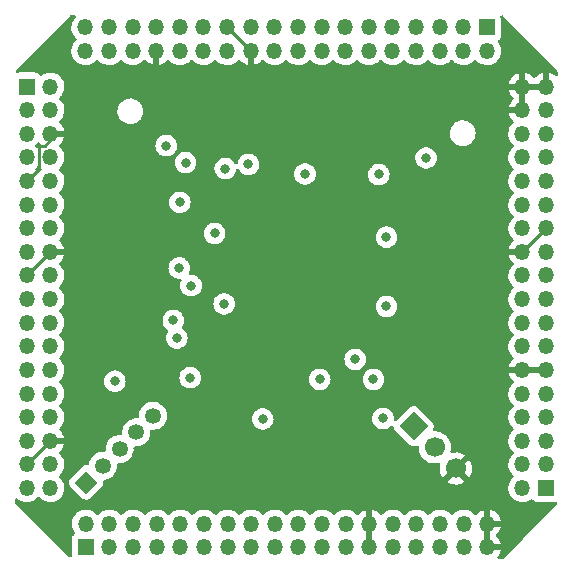
<source format=gbr>
%TF.GenerationSoftware,KiCad,Pcbnew,(5.99.0-10369-gb59bf064b4)*%
%TF.CreationDate,2021-07-27T08:06:35+02:00*%
%TF.ProjectId,stm32h7,73746d33-3268-4372-9e6b-696361645f70,rev?*%
%TF.SameCoordinates,Original*%
%TF.FileFunction,Copper,L3,Inr*%
%TF.FilePolarity,Positive*%
%FSLAX46Y46*%
G04 Gerber Fmt 4.6, Leading zero omitted, Abs format (unit mm)*
G04 Created by KiCad (PCBNEW (5.99.0-10369-gb59bf064b4)) date 2021-07-27 08:06:35*
%MOMM*%
%LPD*%
G01*
G04 APERTURE LIST*
G04 Aperture macros list*
%AMHorizOval*
0 Thick line with rounded ends*
0 $1 width*
0 $2 $3 position (X,Y) of the first rounded end (center of the circle)*
0 $4 $5 position (X,Y) of the second rounded end (center of the circle)*
0 Add line between two ends*
20,1,$1,$2,$3,$4,$5,0*
0 Add two circle primitives to create the rounded ends*
1,1,$1,$2,$3*
1,1,$1,$4,$5*%
%AMRotRect*
0 Rectangle, with rotation*
0 The origin of the aperture is its center*
0 $1 length*
0 $2 width*
0 $3 Rotation angle, in degrees counterclockwise*
0 Add horizontal line*
21,1,$1,$2,0,0,$3*%
G04 Aperture macros list end*
%TA.AperFunction,ComponentPad*%
%ADD10R,1.350000X1.350000*%
%TD*%
%TA.AperFunction,ComponentPad*%
%ADD11O,1.350000X1.350000*%
%TD*%
%TA.AperFunction,ComponentPad*%
%ADD12RotRect,1.700000X1.700000X45.000000*%
%TD*%
%TA.AperFunction,ComponentPad*%
%ADD13HorizOval,1.700000X0.000000X0.000000X0.000000X0.000000X0*%
%TD*%
%TA.AperFunction,ComponentPad*%
%ADD14RotRect,1.350000X1.350000X135.000000*%
%TD*%
%TA.AperFunction,ComponentPad*%
%ADD15HorizOval,1.350000X0.000000X0.000000X0.000000X0.000000X0*%
%TD*%
%TA.AperFunction,ViaPad*%
%ADD16C,0.800000*%
%TD*%
%TA.AperFunction,Conductor*%
%ADD17C,0.250000*%
%TD*%
G04 APERTURE END LIST*
D10*
%TO.N,73*%
%TO.C,J3*%
X57550000Y-52550000D03*
D11*
%TO.N,74*%
X55550000Y-52550000D03*
%TO.N,75*%
X57550000Y-50550000D03*
%TO.N,76*%
X55550000Y-50550000D03*
%TO.N,77*%
X57550000Y-48550000D03*
%TO.N,78*%
X55550000Y-48550000D03*
%TO.N,79*%
X57550000Y-46550000D03*
%TO.N,80*%
X55550000Y-46550000D03*
%TO.N,81*%
X57550000Y-44550000D03*
%TO.N,82*%
X55550000Y-44550000D03*
%TO.N,GND*%
X57550000Y-42550000D03*
X55550000Y-42550000D03*
%TO.N,85*%
X57550000Y-40550000D03*
%TO.N,86*%
X55550000Y-40550000D03*
%TO.N,87*%
X57550000Y-38550000D03*
%TO.N,88*%
X55550000Y-38550000D03*
%TO.N,89*%
X57550000Y-36550000D03*
%TO.N,90*%
X55550000Y-36550000D03*
%TO.N,91*%
X57550000Y-34550000D03*
%TO.N,92*%
X55550000Y-34550000D03*
%TO.N,93*%
X57550000Y-32550000D03*
%TO.N,GND*%
X55550000Y-32550000D03*
X57550000Y-30550000D03*
%TO.N,96*%
X55550000Y-30550000D03*
%TO.N,97*%
X57550000Y-28550000D03*
%TO.N,98*%
X55550000Y-28550000D03*
%TO.N,99*%
X57550000Y-26550000D03*
%TO.N,100*%
X55550000Y-26550000D03*
%TO.N,101*%
X57550000Y-24550000D03*
%TO.N,102*%
X55550000Y-24550000D03*
%TO.N,103*%
X57550000Y-22550000D03*
%TO.N,104*%
X55550000Y-22550000D03*
%TO.N,105*%
X57550000Y-20550000D03*
%TO.N,GND*%
X55550000Y-20550000D03*
X57550000Y-18550000D03*
X55550000Y-18550000D03*
%TD*%
D10*
%TO.N,37*%
%TO.C,J2*%
X18590000Y-57550000D03*
D11*
%TO.N,+3.3VA*%
X18590000Y-55550000D03*
X20590000Y-57550000D03*
%TO.N,40*%
X20590000Y-55550000D03*
%TO.N,41*%
X22590000Y-57550000D03*
%TO.N,42*%
X22590000Y-55550000D03*
%TO.N,43*%
X24590000Y-57550000D03*
%TO.N,44*%
X24590000Y-55550000D03*
%TO.N,45*%
X26590000Y-57550000D03*
%TO.N,46*%
X26590000Y-55550000D03*
%TO.N,47*%
X28590000Y-57550000D03*
%TO.N,48*%
X28590000Y-55550000D03*
%TO.N,49*%
X30590000Y-57550000D03*
%TO.N,50*%
X30590000Y-55550000D03*
%TO.N,+3V3*%
X32590000Y-57550000D03*
X32590000Y-55550000D03*
%TO.N,53*%
X34590000Y-57550000D03*
%TO.N,54*%
X34590000Y-55550000D03*
%TO.N,55*%
X36590000Y-57550000D03*
%TO.N,56*%
X36590000Y-55550000D03*
%TO.N,57*%
X38590000Y-57550000D03*
%TO.N,58*%
X38590000Y-55550000D03*
%TO.N,59*%
X40590000Y-57550000D03*
%TO.N,60*%
X40590000Y-55550000D03*
%TO.N,GND*%
X42590000Y-57550000D03*
X42590000Y-55550000D03*
%TO.N,63*%
X44590000Y-57550000D03*
%TO.N,64*%
X44590000Y-55550000D03*
%TO.N,65*%
X46590000Y-57550000D03*
%TO.N,66*%
X46590000Y-55550000D03*
%TO.N,67*%
X48590000Y-57550000D03*
%TO.N,68*%
X48590000Y-55550000D03*
%TO.N,69*%
X50590000Y-57550000D03*
%TO.N,70*%
X50590000Y-55550000D03*
%TO.N,GND*%
X52590000Y-57550000D03*
X52590000Y-55550000D03*
%TD*%
D12*
%TO.N,+3V3*%
%TO.C,SW1*%
X46350000Y-47300000D03*
D13*
%TO.N,Net-(R2-Pad1)*%
X48146051Y-49096051D03*
%TO.N,GND*%
X49942102Y-50892102D03*
%TD*%
D10*
%TO.N,109*%
%TO.C,J4*%
X52550000Y-13550000D03*
D11*
%TO.N,110*%
X52550000Y-15550000D03*
%TO.N,111*%
X50550000Y-13550000D03*
%TO.N,112*%
X50550000Y-15550000D03*
%TO.N,113*%
X48550000Y-13550000D03*
%TO.N,114*%
X48550000Y-15550000D03*
%TO.N,115*%
X46550000Y-13550000D03*
%TO.N,116*%
X46550000Y-15550000D03*
%TO.N,117*%
X44550000Y-13550000D03*
%TO.N,118*%
X44550000Y-15550000D03*
%TO.N,119*%
X42550000Y-13550000D03*
%TO.N,+3V3*%
X42550000Y-15550000D03*
X40550000Y-13550000D03*
%TO.N,122*%
X40550000Y-15550000D03*
%TO.N,123*%
X38550000Y-13550000D03*
%TO.N,124*%
X38550000Y-15550000D03*
%TO.N,125*%
X36550000Y-13550000D03*
%TO.N,126*%
X36550000Y-15550000D03*
%TO.N,127*%
X34550000Y-13550000D03*
%TO.N,128*%
X34550000Y-15550000D03*
%TO.N,129*%
X32550000Y-13550000D03*
%TO.N,GND*%
X32550000Y-15550000D03*
X30550000Y-13550000D03*
%TO.N,132*%
X30550000Y-15550000D03*
%TO.N,133*%
X28550000Y-13550000D03*
%TO.N,134*%
X28550000Y-15550000D03*
%TO.N,135*%
X26550000Y-13550000D03*
%TO.N,136*%
X26550000Y-15550000D03*
%TO.N,137*%
X24550000Y-13550000D03*
%TO.N,GND*%
X24550000Y-15550000D03*
%TO.N,139*%
X22550000Y-13550000D03*
%TO.N,140*%
X22550000Y-15550000D03*
%TO.N,141*%
X20550000Y-13550000D03*
%TO.N,142*%
X20550000Y-15550000D03*
%TO.N,+3.3VA*%
X18550000Y-13550000D03*
X18550000Y-15550000D03*
%TD*%
D14*
%TO.N,105*%
%TO.C,J5*%
X18621573Y-52078428D03*
D15*
%TO.N,109*%
X20035787Y-50664214D03*
%TO.N,133*%
X21450000Y-49250001D03*
%TO.N,110*%
X22864214Y-47835787D03*
%TO.N,134*%
X24278427Y-46421574D03*
%TD*%
D10*
%TO.N,1*%
%TO.C,J1*%
X13600000Y-18550000D03*
D11*
%TO.N,2*%
X15600000Y-18550000D03*
%TO.N,3*%
X13600000Y-20550000D03*
%TO.N,4*%
X15600000Y-20550000D03*
%TO.N,5*%
X13600000Y-22550000D03*
%TO.N,GND*%
X15600000Y-22550000D03*
%TO.N,7*%
X13600000Y-24550000D03*
%TO.N,+3V3*%
X15600000Y-24550000D03*
%TO.N,GND*%
X13600000Y-26550000D03*
%TO.N,10*%
X15600000Y-26550000D03*
%TO.N,11*%
X13600000Y-28550000D03*
%TO.N,12*%
X15600000Y-28550000D03*
%TO.N,13*%
X13600000Y-30550000D03*
%TO.N,14*%
X15600000Y-30550000D03*
%TO.N,15*%
X13600000Y-32550000D03*
%TO.N,GND*%
X15600000Y-32550000D03*
X13600000Y-34550000D03*
%TO.N,18*%
X15600000Y-34550000D03*
%TO.N,19*%
X13600000Y-36550000D03*
%TO.N,20*%
X15600000Y-36550000D03*
%TO.N,21*%
X13600000Y-38550000D03*
%TO.N,22*%
X15600000Y-38550000D03*
%TO.N,23*%
X13600000Y-40550000D03*
%TO.N,24*%
X15600000Y-40550000D03*
%TO.N,25*%
X13600000Y-42550000D03*
%TO.N,26*%
X15600000Y-42550000D03*
%TO.N,27*%
X13600000Y-44550000D03*
%TO.N,28*%
X15600000Y-44550000D03*
%TO.N,29*%
X13600000Y-46550000D03*
%TO.N,+3V3*%
X15600000Y-46550000D03*
X13600000Y-48550000D03*
%TO.N,GND*%
X15600000Y-48550000D03*
X13600000Y-50550000D03*
%TO.N,34*%
X15600000Y-50550000D03*
%TO.N,35*%
X13600000Y-52550000D03*
%TO.N,36*%
X15600000Y-52550000D03*
%TD*%
D16*
%TO.N,GND*%
X28975000Y-43200000D03*
%TO.N,/HSE_OUT*%
X29505378Y-30994622D03*
%TO.N,Net-(R2-Pad2)*%
X30400000Y-25500000D03*
%TO.N,+3V3*%
X37150000Y-25950000D03*
X27500000Y-35400000D03*
X26550000Y-28350500D03*
X41400000Y-41650000D03*
X43750000Y-46650000D03*
X44050000Y-31300000D03*
X25400000Y-23550000D03*
X33574500Y-46700000D03*
X44050000Y-37175000D03*
X26500000Y-33900000D03*
X47400000Y-24600000D03*
X27425000Y-43200000D03*
X38400000Y-43350000D03*
X32350000Y-25150000D03*
X26300000Y-39850000D03*
X27036257Y-25000000D03*
%TO.N,25*%
X26000000Y-38350000D03*
%TO.N,GND*%
X44050000Y-32900000D03*
X38574500Y-46500000D03*
X26550000Y-30450000D03*
X36700000Y-33350000D03*
X33350000Y-43600000D03*
X33850000Y-25200000D03*
X28600000Y-25000000D03*
X44050000Y-38725000D03*
X26500000Y-32300000D03*
X39850000Y-26000000D03*
X26400000Y-41400000D03*
X22850000Y-40274500D03*
X33100000Y-21500000D03*
X39825000Y-41550000D03*
X47500000Y-26150000D03*
%TO.N,+3.3VA*%
X21050000Y-43500000D03*
%TO.N,Net-(C8-Pad2)*%
X42950000Y-43350000D03*
%TO.N,Net-(C10-Pad2)*%
X43400000Y-26000000D03*
%TO.N,/HSE_IN*%
X30300000Y-36950000D03*
%TD*%
D17*
%TO.N,GND*%
X14650000Y-23550000D02*
X14599511Y-23600489D01*
X55550000Y-32550000D02*
X55600000Y-32550000D01*
X52650000Y-55550000D02*
X52650000Y-57550000D01*
X15120723Y-23550000D02*
X14650000Y-23550000D01*
X55550000Y-32550000D02*
X57550000Y-30550000D01*
X15600000Y-22550000D02*
X15600000Y-23070723D01*
X14599511Y-23600489D02*
X14599511Y-25550489D01*
X14599511Y-25550489D02*
X13600000Y-26550000D01*
X15600000Y-48550000D02*
X13600000Y-50550000D01*
X15600000Y-23070723D02*
X15120723Y-23550000D01*
X30550000Y-13550000D02*
X32550000Y-15550000D01*
X13600000Y-34550000D02*
X15600000Y-32550000D01*
X55550000Y-42550000D02*
X57550000Y-42550000D01*
%TD*%
%TA.AperFunction,Conductor*%
%TO.N,GND*%
G36*
X17676539Y-12528002D02*
G01*
X17723032Y-12581658D01*
X17733136Y-12651932D01*
X17703642Y-12716512D01*
X17694232Y-12725979D01*
X17692237Y-12728081D01*
X17687893Y-12731891D01*
X17553240Y-12902697D01*
X17451969Y-13095181D01*
X17387472Y-13302897D01*
X17361907Y-13518889D01*
X17376132Y-13735922D01*
X17377553Y-13741518D01*
X17377554Y-13741523D01*
X17428250Y-13941134D01*
X17429671Y-13946729D01*
X17520729Y-14144250D01*
X17646258Y-14321869D01*
X17650392Y-14325896D01*
X17789844Y-14461745D01*
X17824681Y-14523607D01*
X17820544Y-14594483D01*
X17785002Y-14646728D01*
X17687893Y-14731891D01*
X17553240Y-14902697D01*
X17550551Y-14907808D01*
X17550549Y-14907811D01*
X17499137Y-15005530D01*
X17451969Y-15095181D01*
X17387472Y-15302897D01*
X17361907Y-15518889D01*
X17376132Y-15735922D01*
X17377553Y-15741518D01*
X17377554Y-15741523D01*
X17400766Y-15832919D01*
X17429671Y-15946729D01*
X17520729Y-16144250D01*
X17646258Y-16321869D01*
X17802053Y-16473638D01*
X17806849Y-16476843D01*
X17806852Y-16476845D01*
X17889220Y-16531881D01*
X17982897Y-16594474D01*
X17988200Y-16596752D01*
X17988203Y-16596754D01*
X18066069Y-16630208D01*
X18182733Y-16680331D01*
X18394870Y-16728332D01*
X18400644Y-16728559D01*
X18400645Y-16728559D01*
X18443593Y-16730246D01*
X18612201Y-16736871D01*
X18827450Y-16705662D01*
X18832914Y-16703807D01*
X18832919Y-16703806D01*
X19027935Y-16637607D01*
X19027940Y-16637605D01*
X19033407Y-16635749D01*
X19039259Y-16632472D01*
X19113624Y-16590825D01*
X19223174Y-16529474D01*
X19228108Y-16525371D01*
X19385964Y-16394082D01*
X19390396Y-16390396D01*
X19394082Y-16385964D01*
X19394087Y-16385959D01*
X19450252Y-16318428D01*
X19509189Y-16278844D01*
X19580171Y-16277408D01*
X19642933Y-16317165D01*
X19646258Y-16321869D01*
X19802053Y-16473638D01*
X19806849Y-16476843D01*
X19806852Y-16476845D01*
X19889220Y-16531881D01*
X19982897Y-16594474D01*
X19988200Y-16596752D01*
X19988203Y-16596754D01*
X20066069Y-16630208D01*
X20182733Y-16680331D01*
X20394870Y-16728332D01*
X20400644Y-16728559D01*
X20400645Y-16728559D01*
X20443593Y-16730246D01*
X20612201Y-16736871D01*
X20827450Y-16705662D01*
X20832914Y-16703807D01*
X20832919Y-16703806D01*
X21027935Y-16637607D01*
X21027940Y-16637605D01*
X21033407Y-16635749D01*
X21039259Y-16632472D01*
X21113624Y-16590825D01*
X21223174Y-16529474D01*
X21228108Y-16525371D01*
X21385964Y-16394082D01*
X21390396Y-16390396D01*
X21394082Y-16385964D01*
X21394087Y-16385959D01*
X21450252Y-16318428D01*
X21509189Y-16278844D01*
X21580171Y-16277408D01*
X21642933Y-16317165D01*
X21646258Y-16321869D01*
X21802053Y-16473638D01*
X21806849Y-16476843D01*
X21806852Y-16476845D01*
X21889220Y-16531881D01*
X21982897Y-16594474D01*
X21988200Y-16596752D01*
X21988203Y-16596754D01*
X22066069Y-16630208D01*
X22182733Y-16680331D01*
X22394870Y-16728332D01*
X22400644Y-16728559D01*
X22400645Y-16728559D01*
X22443593Y-16730246D01*
X22612201Y-16736871D01*
X22827450Y-16705662D01*
X22832914Y-16703807D01*
X22832919Y-16703806D01*
X23027935Y-16637607D01*
X23027940Y-16637605D01*
X23033407Y-16635749D01*
X23039259Y-16632472D01*
X23113624Y-16590825D01*
X23223174Y-16529474D01*
X23228108Y-16525371D01*
X23385964Y-16394082D01*
X23390396Y-16390396D01*
X23394082Y-16385964D01*
X23394087Y-16385959D01*
X23450576Y-16318038D01*
X23509513Y-16278454D01*
X23580495Y-16277017D01*
X23643262Y-16316777D01*
X23650777Y-16325576D01*
X23798233Y-16469222D01*
X23807167Y-16476456D01*
X23978331Y-16590825D01*
X23988444Y-16596316D01*
X24177578Y-16677574D01*
X24188527Y-16681131D01*
X24278331Y-16701451D01*
X24292405Y-16700562D01*
X24296000Y-16691163D01*
X24296000Y-15422000D01*
X24316002Y-15353879D01*
X24369658Y-15307386D01*
X24422000Y-15296000D01*
X24678000Y-15296000D01*
X24746121Y-15316002D01*
X24792614Y-15369658D01*
X24804000Y-15422000D01*
X24804000Y-16690443D01*
X24807966Y-16703949D01*
X24821877Y-16705941D01*
X24832810Y-16703316D01*
X25027735Y-16637148D01*
X25038238Y-16632472D01*
X25217857Y-16531881D01*
X25227329Y-16525371D01*
X25385605Y-16393734D01*
X25393734Y-16385605D01*
X25449924Y-16318044D01*
X25508861Y-16278460D01*
X25579844Y-16277024D01*
X25642611Y-16316785D01*
X25642924Y-16317152D01*
X25646258Y-16321869D01*
X25650389Y-16325893D01*
X25650393Y-16325898D01*
X25797520Y-16469222D01*
X25802053Y-16473638D01*
X25806849Y-16476843D01*
X25806852Y-16476845D01*
X25889220Y-16531881D01*
X25982897Y-16594474D01*
X25988200Y-16596752D01*
X25988203Y-16596754D01*
X26066069Y-16630208D01*
X26182733Y-16680331D01*
X26394870Y-16728332D01*
X26400644Y-16728559D01*
X26400645Y-16728559D01*
X26443593Y-16730246D01*
X26612201Y-16736871D01*
X26827450Y-16705662D01*
X26832914Y-16703807D01*
X26832919Y-16703806D01*
X27027935Y-16637607D01*
X27027940Y-16637605D01*
X27033407Y-16635749D01*
X27039259Y-16632472D01*
X27113624Y-16590825D01*
X27223174Y-16529474D01*
X27228108Y-16525371D01*
X27385964Y-16394082D01*
X27390396Y-16390396D01*
X27394082Y-16385964D01*
X27394087Y-16385959D01*
X27450252Y-16318428D01*
X27509189Y-16278844D01*
X27580171Y-16277408D01*
X27642933Y-16317165D01*
X27646258Y-16321869D01*
X27802053Y-16473638D01*
X27806849Y-16476843D01*
X27806852Y-16476845D01*
X27889220Y-16531881D01*
X27982897Y-16594474D01*
X27988200Y-16596752D01*
X27988203Y-16596754D01*
X28066069Y-16630208D01*
X28182733Y-16680331D01*
X28394870Y-16728332D01*
X28400644Y-16728559D01*
X28400645Y-16728559D01*
X28443593Y-16730246D01*
X28612201Y-16736871D01*
X28827450Y-16705662D01*
X28832914Y-16703807D01*
X28832919Y-16703806D01*
X29027935Y-16637607D01*
X29027940Y-16637605D01*
X29033407Y-16635749D01*
X29039259Y-16632472D01*
X29113624Y-16590825D01*
X29223174Y-16529474D01*
X29228108Y-16525371D01*
X29385964Y-16394082D01*
X29390396Y-16390396D01*
X29394082Y-16385964D01*
X29394087Y-16385959D01*
X29450252Y-16318428D01*
X29509189Y-16278844D01*
X29580171Y-16277408D01*
X29642933Y-16317165D01*
X29646258Y-16321869D01*
X29802053Y-16473638D01*
X29806849Y-16476843D01*
X29806852Y-16476845D01*
X29889220Y-16531881D01*
X29982897Y-16594474D01*
X29988200Y-16596752D01*
X29988203Y-16596754D01*
X30066069Y-16630208D01*
X30182733Y-16680331D01*
X30394870Y-16728332D01*
X30400644Y-16728559D01*
X30400645Y-16728559D01*
X30443593Y-16730246D01*
X30612201Y-16736871D01*
X30827450Y-16705662D01*
X30832914Y-16703807D01*
X30832919Y-16703806D01*
X31027935Y-16637607D01*
X31027940Y-16637605D01*
X31033407Y-16635749D01*
X31039259Y-16632472D01*
X31113624Y-16590825D01*
X31223174Y-16529474D01*
X31228108Y-16525371D01*
X31385964Y-16394082D01*
X31390396Y-16390396D01*
X31394082Y-16385964D01*
X31394087Y-16385959D01*
X31450576Y-16318038D01*
X31509513Y-16278454D01*
X31580495Y-16277017D01*
X31643262Y-16316777D01*
X31650777Y-16325576D01*
X31798233Y-16469222D01*
X31807167Y-16476456D01*
X31978331Y-16590825D01*
X31988444Y-16596316D01*
X32177578Y-16677574D01*
X32188527Y-16681131D01*
X32278331Y-16701451D01*
X32292405Y-16700562D01*
X32296000Y-16691163D01*
X32296000Y-15422000D01*
X32316002Y-15353879D01*
X32369658Y-15307386D01*
X32422000Y-15296000D01*
X32678000Y-15296000D01*
X32746121Y-15316002D01*
X32792614Y-15369658D01*
X32804000Y-15422000D01*
X32804000Y-16690443D01*
X32807966Y-16703949D01*
X32821877Y-16705941D01*
X32832810Y-16703316D01*
X33027735Y-16637148D01*
X33038238Y-16632472D01*
X33217857Y-16531881D01*
X33227329Y-16525371D01*
X33385605Y-16393734D01*
X33393734Y-16385605D01*
X33449924Y-16318044D01*
X33508861Y-16278460D01*
X33579844Y-16277024D01*
X33642611Y-16316785D01*
X33642924Y-16317152D01*
X33646258Y-16321869D01*
X33650389Y-16325893D01*
X33650393Y-16325898D01*
X33797520Y-16469222D01*
X33802053Y-16473638D01*
X33806849Y-16476843D01*
X33806852Y-16476845D01*
X33889220Y-16531881D01*
X33982897Y-16594474D01*
X33988200Y-16596752D01*
X33988203Y-16596754D01*
X34066069Y-16630208D01*
X34182733Y-16680331D01*
X34394870Y-16728332D01*
X34400644Y-16728559D01*
X34400645Y-16728559D01*
X34443593Y-16730246D01*
X34612201Y-16736871D01*
X34827450Y-16705662D01*
X34832914Y-16703807D01*
X34832919Y-16703806D01*
X35027935Y-16637607D01*
X35027940Y-16637605D01*
X35033407Y-16635749D01*
X35039259Y-16632472D01*
X35113624Y-16590825D01*
X35223174Y-16529474D01*
X35228108Y-16525371D01*
X35385964Y-16394082D01*
X35390396Y-16390396D01*
X35394082Y-16385964D01*
X35394087Y-16385959D01*
X35450252Y-16318428D01*
X35509189Y-16278844D01*
X35580171Y-16277408D01*
X35642933Y-16317165D01*
X35646258Y-16321869D01*
X35802053Y-16473638D01*
X35806849Y-16476843D01*
X35806852Y-16476845D01*
X35889220Y-16531881D01*
X35982897Y-16594474D01*
X35988200Y-16596752D01*
X35988203Y-16596754D01*
X36066069Y-16630208D01*
X36182733Y-16680331D01*
X36394870Y-16728332D01*
X36400644Y-16728559D01*
X36400645Y-16728559D01*
X36443593Y-16730246D01*
X36612201Y-16736871D01*
X36827450Y-16705662D01*
X36832914Y-16703807D01*
X36832919Y-16703806D01*
X37027935Y-16637607D01*
X37027940Y-16637605D01*
X37033407Y-16635749D01*
X37039259Y-16632472D01*
X37113624Y-16590825D01*
X37223174Y-16529474D01*
X37228108Y-16525371D01*
X37385964Y-16394082D01*
X37390396Y-16390396D01*
X37394082Y-16385964D01*
X37394087Y-16385959D01*
X37450252Y-16318428D01*
X37509189Y-16278844D01*
X37580171Y-16277408D01*
X37642933Y-16317165D01*
X37646258Y-16321869D01*
X37802053Y-16473638D01*
X37806849Y-16476843D01*
X37806852Y-16476845D01*
X37889220Y-16531881D01*
X37982897Y-16594474D01*
X37988200Y-16596752D01*
X37988203Y-16596754D01*
X38066069Y-16630208D01*
X38182733Y-16680331D01*
X38394870Y-16728332D01*
X38400644Y-16728559D01*
X38400645Y-16728559D01*
X38443593Y-16730246D01*
X38612201Y-16736871D01*
X38827450Y-16705662D01*
X38832914Y-16703807D01*
X38832919Y-16703806D01*
X39027935Y-16637607D01*
X39027940Y-16637605D01*
X39033407Y-16635749D01*
X39039259Y-16632472D01*
X39113624Y-16590825D01*
X39223174Y-16529474D01*
X39228108Y-16525371D01*
X39385964Y-16394082D01*
X39390396Y-16390396D01*
X39394082Y-16385964D01*
X39394087Y-16385959D01*
X39450252Y-16318428D01*
X39509189Y-16278844D01*
X39580171Y-16277408D01*
X39642933Y-16317165D01*
X39646258Y-16321869D01*
X39802053Y-16473638D01*
X39806849Y-16476843D01*
X39806852Y-16476845D01*
X39889220Y-16531881D01*
X39982897Y-16594474D01*
X39988200Y-16596752D01*
X39988203Y-16596754D01*
X40066069Y-16630208D01*
X40182733Y-16680331D01*
X40394870Y-16728332D01*
X40400644Y-16728559D01*
X40400645Y-16728559D01*
X40443593Y-16730246D01*
X40612201Y-16736871D01*
X40827450Y-16705662D01*
X40832914Y-16703807D01*
X40832919Y-16703806D01*
X41027935Y-16637607D01*
X41027940Y-16637605D01*
X41033407Y-16635749D01*
X41039259Y-16632472D01*
X41113624Y-16590825D01*
X41223174Y-16529474D01*
X41228108Y-16525371D01*
X41385964Y-16394082D01*
X41390396Y-16390396D01*
X41394082Y-16385964D01*
X41394087Y-16385959D01*
X41450252Y-16318428D01*
X41509189Y-16278844D01*
X41580171Y-16277408D01*
X41642933Y-16317165D01*
X41646258Y-16321869D01*
X41802053Y-16473638D01*
X41806849Y-16476843D01*
X41806852Y-16476845D01*
X41889220Y-16531881D01*
X41982897Y-16594474D01*
X41988200Y-16596752D01*
X41988203Y-16596754D01*
X42066069Y-16630208D01*
X42182733Y-16680331D01*
X42394870Y-16728332D01*
X42400644Y-16728559D01*
X42400645Y-16728559D01*
X42443593Y-16730246D01*
X42612201Y-16736871D01*
X42827450Y-16705662D01*
X42832914Y-16703807D01*
X42832919Y-16703806D01*
X43027935Y-16637607D01*
X43027940Y-16637605D01*
X43033407Y-16635749D01*
X43039259Y-16632472D01*
X43113624Y-16590825D01*
X43223174Y-16529474D01*
X43228108Y-16525371D01*
X43385964Y-16394082D01*
X43390396Y-16390396D01*
X43394082Y-16385964D01*
X43394087Y-16385959D01*
X43450252Y-16318428D01*
X43509189Y-16278844D01*
X43580171Y-16277408D01*
X43642933Y-16317165D01*
X43646258Y-16321869D01*
X43802053Y-16473638D01*
X43806849Y-16476843D01*
X43806852Y-16476845D01*
X43889220Y-16531881D01*
X43982897Y-16594474D01*
X43988200Y-16596752D01*
X43988203Y-16596754D01*
X44066069Y-16630208D01*
X44182733Y-16680331D01*
X44394870Y-16728332D01*
X44400644Y-16728559D01*
X44400645Y-16728559D01*
X44443593Y-16730246D01*
X44612201Y-16736871D01*
X44827450Y-16705662D01*
X44832914Y-16703807D01*
X44832919Y-16703806D01*
X45027935Y-16637607D01*
X45027940Y-16637605D01*
X45033407Y-16635749D01*
X45039259Y-16632472D01*
X45113624Y-16590825D01*
X45223174Y-16529474D01*
X45228108Y-16525371D01*
X45385964Y-16394082D01*
X45390396Y-16390396D01*
X45394082Y-16385964D01*
X45394087Y-16385959D01*
X45450252Y-16318428D01*
X45509189Y-16278844D01*
X45580171Y-16277408D01*
X45642933Y-16317165D01*
X45646258Y-16321869D01*
X45802053Y-16473638D01*
X45806849Y-16476843D01*
X45806852Y-16476845D01*
X45889220Y-16531881D01*
X45982897Y-16594474D01*
X45988200Y-16596752D01*
X45988203Y-16596754D01*
X46066069Y-16630208D01*
X46182733Y-16680331D01*
X46394870Y-16728332D01*
X46400644Y-16728559D01*
X46400645Y-16728559D01*
X46443593Y-16730246D01*
X46612201Y-16736871D01*
X46827450Y-16705662D01*
X46832914Y-16703807D01*
X46832919Y-16703806D01*
X47027935Y-16637607D01*
X47027940Y-16637605D01*
X47033407Y-16635749D01*
X47039259Y-16632472D01*
X47113624Y-16590825D01*
X47223174Y-16529474D01*
X47228108Y-16525371D01*
X47385964Y-16394082D01*
X47390396Y-16390396D01*
X47394082Y-16385964D01*
X47394087Y-16385959D01*
X47450252Y-16318428D01*
X47509189Y-16278844D01*
X47580171Y-16277408D01*
X47642933Y-16317165D01*
X47646258Y-16321869D01*
X47802053Y-16473638D01*
X47806849Y-16476843D01*
X47806852Y-16476845D01*
X47889220Y-16531881D01*
X47982897Y-16594474D01*
X47988200Y-16596752D01*
X47988203Y-16596754D01*
X48066069Y-16630208D01*
X48182733Y-16680331D01*
X48394870Y-16728332D01*
X48400644Y-16728559D01*
X48400645Y-16728559D01*
X48443593Y-16730246D01*
X48612201Y-16736871D01*
X48827450Y-16705662D01*
X48832914Y-16703807D01*
X48832919Y-16703806D01*
X49027935Y-16637607D01*
X49027940Y-16637605D01*
X49033407Y-16635749D01*
X49039259Y-16632472D01*
X49113624Y-16590825D01*
X49223174Y-16529474D01*
X49228108Y-16525371D01*
X49385964Y-16394082D01*
X49390396Y-16390396D01*
X49394082Y-16385964D01*
X49394087Y-16385959D01*
X49450252Y-16318428D01*
X49509189Y-16278844D01*
X49580171Y-16277408D01*
X49642933Y-16317165D01*
X49646258Y-16321869D01*
X49802053Y-16473638D01*
X49806849Y-16476843D01*
X49806852Y-16476845D01*
X49889220Y-16531881D01*
X49982897Y-16594474D01*
X49988200Y-16596752D01*
X49988203Y-16596754D01*
X50066069Y-16630208D01*
X50182733Y-16680331D01*
X50394870Y-16728332D01*
X50400644Y-16728559D01*
X50400645Y-16728559D01*
X50443593Y-16730246D01*
X50612201Y-16736871D01*
X50827450Y-16705662D01*
X50832914Y-16703807D01*
X50832919Y-16703806D01*
X51027935Y-16637607D01*
X51027940Y-16637605D01*
X51033407Y-16635749D01*
X51039259Y-16632472D01*
X51113624Y-16590825D01*
X51223174Y-16529474D01*
X51228108Y-16525371D01*
X51385964Y-16394082D01*
X51390396Y-16390396D01*
X51394082Y-16385964D01*
X51394087Y-16385959D01*
X51450252Y-16318428D01*
X51509189Y-16278844D01*
X51580171Y-16277408D01*
X51642933Y-16317165D01*
X51646258Y-16321869D01*
X51802053Y-16473638D01*
X51806849Y-16476843D01*
X51806852Y-16476845D01*
X51889220Y-16531881D01*
X51982897Y-16594474D01*
X51988200Y-16596752D01*
X51988203Y-16596754D01*
X52066069Y-16630208D01*
X52182733Y-16680331D01*
X52394870Y-16728332D01*
X52400644Y-16728559D01*
X52400645Y-16728559D01*
X52443593Y-16730246D01*
X52612201Y-16736871D01*
X52827450Y-16705662D01*
X52832914Y-16703807D01*
X52832919Y-16703806D01*
X53027935Y-16637607D01*
X53027940Y-16637605D01*
X53033407Y-16635749D01*
X53039259Y-16632472D01*
X53113624Y-16590825D01*
X53223174Y-16529474D01*
X53228108Y-16525371D01*
X53385964Y-16394082D01*
X53390396Y-16390396D01*
X53444039Y-16325898D01*
X53525780Y-16227616D01*
X53525782Y-16227613D01*
X53529474Y-16223174D01*
X53635749Y-16033407D01*
X53637605Y-16027940D01*
X53637607Y-16027935D01*
X53703806Y-15832919D01*
X53703807Y-15832914D01*
X53705662Y-15827450D01*
X53736871Y-15612201D01*
X53738500Y-15550000D01*
X53718598Y-15333413D01*
X53708047Y-15296000D01*
X53661129Y-15129644D01*
X53659560Y-15124080D01*
X53642786Y-15090065D01*
X53565918Y-14934190D01*
X53565915Y-14934186D01*
X53563363Y-14929010D01*
X53484146Y-14822925D01*
X53459414Y-14756376D01*
X53474588Y-14687020D01*
X53516984Y-14641539D01*
X53553688Y-14617951D01*
X53553691Y-14617948D01*
X53561271Y-14613077D01*
X53589536Y-14580458D01*
X53651082Y-14509431D01*
X53651084Y-14509428D01*
X53656984Y-14502619D01*
X53660728Y-14494421D01*
X53713958Y-14377864D01*
X53713958Y-14377863D01*
X53717700Y-14369670D01*
X53718982Y-14360754D01*
X53737861Y-14229448D01*
X53737862Y-14229441D01*
X53738500Y-14225000D01*
X53738500Y-12875000D01*
X53733273Y-12801921D01*
X53694390Y-12669497D01*
X53694390Y-12598502D01*
X53732773Y-12538776D01*
X53797354Y-12509283D01*
X53815286Y-12508000D01*
X53833666Y-12508000D01*
X53901787Y-12528002D01*
X53923648Y-12545800D01*
X56238887Y-14907811D01*
X58487628Y-17201980D01*
X58505982Y-17220705D01*
X58539382Y-17283354D01*
X58542000Y-17308905D01*
X58542000Y-17567905D01*
X58521998Y-17636026D01*
X58468342Y-17682519D01*
X58398068Y-17692623D01*
X58330471Y-17660429D01*
X58277454Y-17611420D01*
X58268322Y-17604412D01*
X58094224Y-17494565D01*
X58083977Y-17489344D01*
X57892774Y-17413062D01*
X57881747Y-17409795D01*
X57821770Y-17397866D01*
X57808894Y-17399018D01*
X57804000Y-17414171D01*
X57804000Y-18678000D01*
X57783998Y-18746121D01*
X57730342Y-18792614D01*
X57678000Y-18804000D01*
X55822115Y-18804000D01*
X55806876Y-18808475D01*
X55805671Y-18809865D01*
X55804000Y-18817548D01*
X55804000Y-20678000D01*
X55783998Y-20746121D01*
X55730342Y-20792614D01*
X55678000Y-20804000D01*
X54412050Y-20804000D01*
X54398519Y-20807973D01*
X54397227Y-20816962D01*
X54428721Y-20940968D01*
X54432559Y-20951806D01*
X54518744Y-21138755D01*
X54524495Y-21148716D01*
X54643306Y-21316829D01*
X54650772Y-21325571D01*
X54790219Y-21461415D01*
X54825056Y-21523277D01*
X54820919Y-21594153D01*
X54785375Y-21646400D01*
X54692238Y-21728080D01*
X54692235Y-21728083D01*
X54687893Y-21731891D01*
X54553240Y-21902697D01*
X54550551Y-21907808D01*
X54550549Y-21907811D01*
X54539396Y-21929010D01*
X54451969Y-22095181D01*
X54387472Y-22302897D01*
X54361907Y-22518889D01*
X54376132Y-22735922D01*
X54377553Y-22741518D01*
X54377554Y-22741523D01*
X54410473Y-22871137D01*
X54429671Y-22946729D01*
X54520729Y-23144250D01*
X54646258Y-23321869D01*
X54650392Y-23325896D01*
X54789844Y-23461745D01*
X54824681Y-23523607D01*
X54820544Y-23594483D01*
X54785002Y-23646728D01*
X54687893Y-23731891D01*
X54553240Y-23902697D01*
X54550551Y-23907808D01*
X54550549Y-23907811D01*
X54499137Y-24005530D01*
X54451969Y-24095181D01*
X54387472Y-24302897D01*
X54361907Y-24518889D01*
X54376132Y-24735922D01*
X54377553Y-24741518D01*
X54377554Y-24741523D01*
X54400766Y-24832919D01*
X54429671Y-24946729D01*
X54432088Y-24951972D01*
X54514724Y-25131224D01*
X54520729Y-25144250D01*
X54646258Y-25321869D01*
X54650392Y-25325896D01*
X54789844Y-25461745D01*
X54824681Y-25523607D01*
X54820544Y-25594483D01*
X54785002Y-25646728D01*
X54687893Y-25731891D01*
X54553240Y-25902697D01*
X54550551Y-25907808D01*
X54550549Y-25907811D01*
X54505500Y-25993435D01*
X54451969Y-26095181D01*
X54387472Y-26302897D01*
X54361907Y-26518889D01*
X54376132Y-26735922D01*
X54377553Y-26741518D01*
X54377554Y-26741523D01*
X54400766Y-26832919D01*
X54429671Y-26946729D01*
X54520729Y-27144250D01*
X54646258Y-27321869D01*
X54650392Y-27325896D01*
X54789844Y-27461745D01*
X54824681Y-27523607D01*
X54820544Y-27594483D01*
X54785002Y-27646728D01*
X54687893Y-27731891D01*
X54553240Y-27902697D01*
X54550551Y-27907808D01*
X54550549Y-27907811D01*
X54516134Y-27973223D01*
X54451969Y-28095181D01*
X54387472Y-28302897D01*
X54361907Y-28518889D01*
X54376132Y-28735922D01*
X54377553Y-28741518D01*
X54377554Y-28741523D01*
X54414614Y-28887442D01*
X54429671Y-28946729D01*
X54520729Y-29144250D01*
X54646258Y-29321869D01*
X54650392Y-29325896D01*
X54789844Y-29461745D01*
X54824681Y-29523607D01*
X54820544Y-29594483D01*
X54785002Y-29646728D01*
X54687893Y-29731891D01*
X54553240Y-29902697D01*
X54550551Y-29907808D01*
X54550549Y-29907811D01*
X54499137Y-30005530D01*
X54451969Y-30095181D01*
X54387472Y-30302897D01*
X54361907Y-30518889D01*
X54376132Y-30735922D01*
X54377553Y-30741518D01*
X54377554Y-30741523D01*
X54400766Y-30832919D01*
X54429671Y-30946729D01*
X54520729Y-31144250D01*
X54646258Y-31321869D01*
X54650392Y-31325896D01*
X54790201Y-31462093D01*
X54825038Y-31523955D01*
X54820901Y-31594831D01*
X54785356Y-31647079D01*
X54692601Y-31728423D01*
X54684679Y-31736771D01*
X54557237Y-31898430D01*
X54550966Y-31908087D01*
X54455123Y-32090255D01*
X54450718Y-32100889D01*
X54395507Y-32278700D01*
X54395289Y-32292799D01*
X54402021Y-32296000D01*
X55678000Y-32296000D01*
X55746121Y-32316002D01*
X55792614Y-32369658D01*
X55804000Y-32422000D01*
X55804000Y-32678000D01*
X55783998Y-32746121D01*
X55730342Y-32792614D01*
X55678000Y-32804000D01*
X54412050Y-32804000D01*
X54398519Y-32807973D01*
X54397227Y-32816962D01*
X54428721Y-32940968D01*
X54432559Y-32951806D01*
X54518744Y-33138755D01*
X54524495Y-33148716D01*
X54643306Y-33316829D01*
X54650772Y-33325571D01*
X54790219Y-33461415D01*
X54825056Y-33523277D01*
X54820919Y-33594153D01*
X54785375Y-33646400D01*
X54692238Y-33728080D01*
X54692235Y-33728083D01*
X54687893Y-33731891D01*
X54553240Y-33902697D01*
X54550551Y-33907808D01*
X54550549Y-33907811D01*
X54499137Y-34005530D01*
X54451969Y-34095181D01*
X54387472Y-34302897D01*
X54361907Y-34518889D01*
X54376132Y-34735922D01*
X54377553Y-34741518D01*
X54377554Y-34741523D01*
X54400766Y-34832919D01*
X54429671Y-34946729D01*
X54520729Y-35144250D01*
X54646258Y-35321869D01*
X54650392Y-35325896D01*
X54789844Y-35461745D01*
X54824681Y-35523607D01*
X54820544Y-35594483D01*
X54785002Y-35646728D01*
X54687893Y-35731891D01*
X54553240Y-35902697D01*
X54550551Y-35907808D01*
X54550549Y-35907811D01*
X54499137Y-36005530D01*
X54451969Y-36095181D01*
X54387472Y-36302897D01*
X54361907Y-36518889D01*
X54376132Y-36735922D01*
X54377553Y-36741518D01*
X54377554Y-36741523D01*
X54400766Y-36832919D01*
X54429671Y-36946729D01*
X54520729Y-37144250D01*
X54646258Y-37321869D01*
X54683720Y-37358363D01*
X54789844Y-37461745D01*
X54824681Y-37523607D01*
X54820544Y-37594483D01*
X54785002Y-37646728D01*
X54687893Y-37731891D01*
X54553240Y-37902697D01*
X54550551Y-37907808D01*
X54550549Y-37907811D01*
X54518462Y-37968799D01*
X54451969Y-38095181D01*
X54387472Y-38302897D01*
X54361907Y-38518889D01*
X54376132Y-38735922D01*
X54377553Y-38741518D01*
X54377554Y-38741523D01*
X54415733Y-38891850D01*
X54429671Y-38946729D01*
X54432088Y-38951972D01*
X54465271Y-39023952D01*
X54520729Y-39144250D01*
X54646258Y-39321869D01*
X54650392Y-39325896D01*
X54789844Y-39461745D01*
X54824681Y-39523607D01*
X54820544Y-39594483D01*
X54785002Y-39646728D01*
X54687893Y-39731891D01*
X54553240Y-39902697D01*
X54550551Y-39907808D01*
X54550549Y-39907811D01*
X54499137Y-40005530D01*
X54451969Y-40095181D01*
X54387472Y-40302897D01*
X54361907Y-40518889D01*
X54376132Y-40735922D01*
X54377553Y-40741518D01*
X54377554Y-40741523D01*
X54400766Y-40832919D01*
X54429671Y-40946729D01*
X54520729Y-41144250D01*
X54646258Y-41321869D01*
X54650392Y-41325896D01*
X54790201Y-41462093D01*
X54825038Y-41523955D01*
X54820901Y-41594831D01*
X54785356Y-41647079D01*
X54692601Y-41728423D01*
X54684679Y-41736771D01*
X54557237Y-41898430D01*
X54550966Y-41908087D01*
X54455123Y-42090255D01*
X54450718Y-42100889D01*
X54395507Y-42278700D01*
X54395289Y-42292799D01*
X54402021Y-42296000D01*
X57678000Y-42296000D01*
X57746121Y-42316002D01*
X57792614Y-42369658D01*
X57804000Y-42422000D01*
X57804000Y-42678000D01*
X57783998Y-42746121D01*
X57730342Y-42792614D01*
X57678000Y-42804000D01*
X54412050Y-42804000D01*
X54398519Y-42807973D01*
X54397227Y-42816962D01*
X54428721Y-42940968D01*
X54432559Y-42951806D01*
X54518744Y-43138755D01*
X54524495Y-43148716D01*
X54643306Y-43316829D01*
X54650772Y-43325571D01*
X54790219Y-43461415D01*
X54825056Y-43523277D01*
X54820919Y-43594153D01*
X54785375Y-43646400D01*
X54692238Y-43728080D01*
X54692235Y-43728083D01*
X54687893Y-43731891D01*
X54553240Y-43902697D01*
X54550551Y-43907808D01*
X54550549Y-43907811D01*
X54508763Y-43987233D01*
X54451969Y-44095181D01*
X54387472Y-44302897D01*
X54361907Y-44518889D01*
X54376132Y-44735922D01*
X54377553Y-44741518D01*
X54377554Y-44741523D01*
X54400766Y-44832919D01*
X54429671Y-44946729D01*
X54520729Y-45144250D01*
X54646258Y-45321869D01*
X54650392Y-45325896D01*
X54789844Y-45461745D01*
X54824681Y-45523607D01*
X54820544Y-45594483D01*
X54785002Y-45646728D01*
X54687893Y-45731891D01*
X54553240Y-45902697D01*
X54550551Y-45907808D01*
X54550549Y-45907811D01*
X54522229Y-45961639D01*
X54451969Y-46095181D01*
X54387472Y-46302897D01*
X54361907Y-46518889D01*
X54376132Y-46735922D01*
X54377553Y-46741518D01*
X54377554Y-46741523D01*
X54417678Y-46899509D01*
X54429671Y-46946729D01*
X54520729Y-47144250D01*
X54646258Y-47321869D01*
X54650392Y-47325896D01*
X54789844Y-47461745D01*
X54824681Y-47523607D01*
X54820544Y-47594483D01*
X54785002Y-47646728D01*
X54687893Y-47731891D01*
X54553240Y-47902697D01*
X54550551Y-47907808D01*
X54550549Y-47907811D01*
X54499137Y-48005530D01*
X54451969Y-48095181D01*
X54387472Y-48302897D01*
X54361907Y-48518889D01*
X54376132Y-48735922D01*
X54377553Y-48741518D01*
X54377554Y-48741523D01*
X54400739Y-48832810D01*
X54429671Y-48946729D01*
X54432088Y-48951972D01*
X54461145Y-49015001D01*
X54520729Y-49144250D01*
X54646258Y-49321869D01*
X54650392Y-49325896D01*
X54789844Y-49461745D01*
X54824681Y-49523607D01*
X54820544Y-49594483D01*
X54785002Y-49646728D01*
X54687893Y-49731891D01*
X54553240Y-49902697D01*
X54550551Y-49907808D01*
X54550549Y-49907811D01*
X54499137Y-50005530D01*
X54451969Y-50095181D01*
X54387472Y-50302897D01*
X54361907Y-50518889D01*
X54376132Y-50735922D01*
X54377553Y-50741518D01*
X54377554Y-50741523D01*
X54400766Y-50832919D01*
X54429671Y-50946729D01*
X54520729Y-51144250D01*
X54646258Y-51321869D01*
X54650392Y-51325896D01*
X54789844Y-51461745D01*
X54824681Y-51523607D01*
X54820544Y-51594483D01*
X54785002Y-51646728D01*
X54687893Y-51731891D01*
X54553240Y-51902697D01*
X54550551Y-51907808D01*
X54550549Y-51907811D01*
X54500971Y-52002044D01*
X54451969Y-52095181D01*
X54387472Y-52302897D01*
X54361907Y-52518889D01*
X54376132Y-52735922D01*
X54377553Y-52741518D01*
X54377554Y-52741523D01*
X54400766Y-52832919D01*
X54429671Y-52946729D01*
X54520729Y-53144250D01*
X54646258Y-53321869D01*
X54650392Y-53325896D01*
X54794643Y-53466419D01*
X54802053Y-53473638D01*
X54806849Y-53476843D01*
X54806852Y-53476845D01*
X54908212Y-53544571D01*
X54982897Y-53594474D01*
X54988200Y-53596752D01*
X54988203Y-53596754D01*
X55055023Y-53625462D01*
X55182733Y-53680331D01*
X55394870Y-53728332D01*
X55400644Y-53728559D01*
X55400645Y-53728559D01*
X55443593Y-53730246D01*
X55612201Y-53736871D01*
X55827450Y-53705662D01*
X55832914Y-53703807D01*
X55832919Y-53703806D01*
X56027935Y-53637607D01*
X56027940Y-53637605D01*
X56033407Y-53635749D01*
X56223174Y-53529474D01*
X56227622Y-53525775D01*
X56272196Y-53488703D01*
X56337360Y-53460521D01*
X56407415Y-53472044D01*
X56458764Y-53517455D01*
X56482051Y-53553691D01*
X56482053Y-53553694D01*
X56486923Y-53561271D01*
X56493733Y-53567172D01*
X56590569Y-53651082D01*
X56590572Y-53651084D01*
X56597381Y-53656984D01*
X56605579Y-53660728D01*
X56705784Y-53706490D01*
X56730330Y-53717700D01*
X56739245Y-53718982D01*
X56739246Y-53718982D01*
X56870552Y-53737861D01*
X56870559Y-53737862D01*
X56875000Y-53738500D01*
X58225000Y-53738500D01*
X58298079Y-53733273D01*
X58327068Y-53724761D01*
X58398062Y-53724760D01*
X58457789Y-53763143D01*
X58487282Y-53827724D01*
X58477179Y-53897998D01*
X58452556Y-53933848D01*
X55574586Y-56870552D01*
X54077621Y-58398068D01*
X53973620Y-58504191D01*
X53911654Y-58538844D01*
X53883629Y-58542000D01*
X53572337Y-58542000D01*
X53504216Y-58521998D01*
X53457723Y-58468342D01*
X53447619Y-58398068D01*
X53475463Y-58335430D01*
X53565375Y-58227323D01*
X53571881Y-58217857D01*
X53672472Y-58038238D01*
X53677148Y-58027735D01*
X53743316Y-57832810D01*
X53745947Y-57821850D01*
X53743972Y-57807993D01*
X53730404Y-57804000D01*
X52462000Y-57804000D01*
X52393879Y-57783998D01*
X52347386Y-57730342D01*
X52336000Y-57678000D01*
X52336000Y-55817548D01*
X52844000Y-55817548D01*
X52844000Y-57277885D01*
X52848475Y-57293124D01*
X52849865Y-57294329D01*
X52857548Y-57296000D01*
X53729415Y-57296000D01*
X53742946Y-57292027D01*
X53744115Y-57283892D01*
X53700662Y-57129818D01*
X53696540Y-57119079D01*
X53605492Y-56934453D01*
X53599482Y-56924645D01*
X53476313Y-56759703D01*
X53468611Y-56751149D01*
X53350217Y-56641706D01*
X53313772Y-56580778D01*
X53316053Y-56509818D01*
X53355177Y-56452308D01*
X53425605Y-56393734D01*
X53433734Y-56385605D01*
X53565371Y-56227329D01*
X53571881Y-56217857D01*
X53672472Y-56038238D01*
X53677148Y-56027735D01*
X53743316Y-55832810D01*
X53745947Y-55821850D01*
X53743972Y-55807993D01*
X53730404Y-55804000D01*
X52862115Y-55804000D01*
X52846876Y-55808475D01*
X52845671Y-55809865D01*
X52844000Y-55817548D01*
X52336000Y-55817548D01*
X52336000Y-54414171D01*
X52844000Y-54414171D01*
X52844000Y-55277885D01*
X52848475Y-55293124D01*
X52849865Y-55294329D01*
X52857548Y-55296000D01*
X53729415Y-55296000D01*
X53742946Y-55292027D01*
X53744115Y-55283892D01*
X53700662Y-55129818D01*
X53696540Y-55119079D01*
X53605492Y-54934453D01*
X53599482Y-54924645D01*
X53476313Y-54759703D01*
X53468611Y-54751149D01*
X53317454Y-54611420D01*
X53308322Y-54604412D01*
X53134224Y-54494565D01*
X53123977Y-54489344D01*
X52932774Y-54413062D01*
X52921747Y-54409795D01*
X52861770Y-54397866D01*
X52848894Y-54399018D01*
X52844000Y-54414171D01*
X52336000Y-54414171D01*
X52336000Y-54411406D01*
X52332194Y-54398444D01*
X52317278Y-54396508D01*
X52288220Y-54401501D01*
X52277100Y-54404481D01*
X52083969Y-54475731D01*
X52073591Y-54480681D01*
X51896679Y-54585932D01*
X51887367Y-54592698D01*
X51732596Y-54728428D01*
X51724673Y-54736777D01*
X51690314Y-54780361D01*
X51632433Y-54821474D01*
X51561513Y-54824768D01*
X51500071Y-54789196D01*
X51490412Y-54777750D01*
X51473228Y-54754738D01*
X51453798Y-54736777D01*
X51317754Y-54611020D01*
X51317752Y-54611018D01*
X51313513Y-54607100D01*
X51129568Y-54491039D01*
X50927552Y-54410443D01*
X50921892Y-54409317D01*
X50921888Y-54409316D01*
X50719899Y-54369138D01*
X50719896Y-54369138D01*
X50714232Y-54368011D01*
X50708457Y-54367935D01*
X50708453Y-54367935D01*
X50599341Y-54366507D01*
X50496751Y-54365164D01*
X50491054Y-54366143D01*
X50491053Y-54366143D01*
X50288091Y-54401018D01*
X50282394Y-54401997D01*
X50078338Y-54477277D01*
X49891417Y-54588483D01*
X49887074Y-54592292D01*
X49732238Y-54728080D01*
X49732235Y-54728083D01*
X49727893Y-54731891D01*
X49706238Y-54759360D01*
X49690007Y-54779949D01*
X49632126Y-54821062D01*
X49561205Y-54824356D01*
X49499763Y-54788784D01*
X49490108Y-54777343D01*
X49473228Y-54754738D01*
X49453798Y-54736777D01*
X49317754Y-54611020D01*
X49317752Y-54611018D01*
X49313513Y-54607100D01*
X49129568Y-54491039D01*
X48927552Y-54410443D01*
X48921892Y-54409317D01*
X48921888Y-54409316D01*
X48719899Y-54369138D01*
X48719896Y-54369138D01*
X48714232Y-54368011D01*
X48708457Y-54367935D01*
X48708453Y-54367935D01*
X48599341Y-54366507D01*
X48496751Y-54365164D01*
X48491054Y-54366143D01*
X48491053Y-54366143D01*
X48288091Y-54401018D01*
X48282394Y-54401997D01*
X48078338Y-54477277D01*
X47891417Y-54588483D01*
X47887074Y-54592292D01*
X47732238Y-54728080D01*
X47732235Y-54728083D01*
X47727893Y-54731891D01*
X47706238Y-54759360D01*
X47690007Y-54779949D01*
X47632126Y-54821062D01*
X47561205Y-54824356D01*
X47499763Y-54788784D01*
X47490108Y-54777343D01*
X47473228Y-54754738D01*
X47453798Y-54736777D01*
X47317754Y-54611020D01*
X47317752Y-54611018D01*
X47313513Y-54607100D01*
X47129568Y-54491039D01*
X46927552Y-54410443D01*
X46921892Y-54409317D01*
X46921888Y-54409316D01*
X46719899Y-54369138D01*
X46719896Y-54369138D01*
X46714232Y-54368011D01*
X46708457Y-54367935D01*
X46708453Y-54367935D01*
X46599341Y-54366507D01*
X46496751Y-54365164D01*
X46491054Y-54366143D01*
X46491053Y-54366143D01*
X46288091Y-54401018D01*
X46282394Y-54401997D01*
X46078338Y-54477277D01*
X45891417Y-54588483D01*
X45887074Y-54592292D01*
X45732238Y-54728080D01*
X45732235Y-54728083D01*
X45727893Y-54731891D01*
X45706238Y-54759360D01*
X45690007Y-54779949D01*
X45632126Y-54821062D01*
X45561205Y-54824356D01*
X45499763Y-54788784D01*
X45490108Y-54777343D01*
X45473228Y-54754738D01*
X45453798Y-54736777D01*
X45317754Y-54611020D01*
X45317752Y-54611018D01*
X45313513Y-54607100D01*
X45129568Y-54491039D01*
X44927552Y-54410443D01*
X44921892Y-54409317D01*
X44921888Y-54409316D01*
X44719899Y-54369138D01*
X44719896Y-54369138D01*
X44714232Y-54368011D01*
X44708457Y-54367935D01*
X44708453Y-54367935D01*
X44599341Y-54366507D01*
X44496751Y-54365164D01*
X44491054Y-54366143D01*
X44491053Y-54366143D01*
X44288091Y-54401018D01*
X44282394Y-54401997D01*
X44078338Y-54477277D01*
X43891417Y-54588483D01*
X43887074Y-54592292D01*
X43732238Y-54728080D01*
X43732235Y-54728083D01*
X43727893Y-54731891D01*
X43705968Y-54759703D01*
X43689688Y-54780354D01*
X43631807Y-54821467D01*
X43560887Y-54824761D01*
X43499444Y-54789190D01*
X43489780Y-54777737D01*
X43476313Y-54759703D01*
X43468611Y-54751149D01*
X43317454Y-54611420D01*
X43308322Y-54604412D01*
X43134224Y-54494565D01*
X43123977Y-54489344D01*
X42932774Y-54413062D01*
X42921747Y-54409795D01*
X42861770Y-54397866D01*
X42848894Y-54399018D01*
X42844000Y-54414171D01*
X42844000Y-57678000D01*
X42823998Y-57746121D01*
X42770342Y-57792614D01*
X42718000Y-57804000D01*
X42462000Y-57804000D01*
X42393879Y-57783998D01*
X42347386Y-57730342D01*
X42336000Y-57678000D01*
X42336000Y-54411406D01*
X42332194Y-54398444D01*
X42317278Y-54396508D01*
X42288220Y-54401501D01*
X42277100Y-54404481D01*
X42083969Y-54475731D01*
X42073591Y-54480681D01*
X41896679Y-54585932D01*
X41887367Y-54592698D01*
X41732596Y-54728428D01*
X41724673Y-54736777D01*
X41690314Y-54780361D01*
X41632433Y-54821474D01*
X41561513Y-54824768D01*
X41500071Y-54789196D01*
X41490412Y-54777750D01*
X41473228Y-54754738D01*
X41453798Y-54736777D01*
X41317754Y-54611020D01*
X41317752Y-54611018D01*
X41313513Y-54607100D01*
X41129568Y-54491039D01*
X40927552Y-54410443D01*
X40921892Y-54409317D01*
X40921888Y-54409316D01*
X40719899Y-54369138D01*
X40719896Y-54369138D01*
X40714232Y-54368011D01*
X40708457Y-54367935D01*
X40708453Y-54367935D01*
X40599341Y-54366507D01*
X40496751Y-54365164D01*
X40491054Y-54366143D01*
X40491053Y-54366143D01*
X40288091Y-54401018D01*
X40282394Y-54401997D01*
X40078338Y-54477277D01*
X39891417Y-54588483D01*
X39887074Y-54592292D01*
X39732238Y-54728080D01*
X39732235Y-54728083D01*
X39727893Y-54731891D01*
X39706238Y-54759360D01*
X39690007Y-54779949D01*
X39632126Y-54821062D01*
X39561205Y-54824356D01*
X39499763Y-54788784D01*
X39490108Y-54777343D01*
X39473228Y-54754738D01*
X39453798Y-54736777D01*
X39317754Y-54611020D01*
X39317752Y-54611018D01*
X39313513Y-54607100D01*
X39129568Y-54491039D01*
X38927552Y-54410443D01*
X38921892Y-54409317D01*
X38921888Y-54409316D01*
X38719899Y-54369138D01*
X38719896Y-54369138D01*
X38714232Y-54368011D01*
X38708457Y-54367935D01*
X38708453Y-54367935D01*
X38599341Y-54366507D01*
X38496751Y-54365164D01*
X38491054Y-54366143D01*
X38491053Y-54366143D01*
X38288091Y-54401018D01*
X38282394Y-54401997D01*
X38078338Y-54477277D01*
X37891417Y-54588483D01*
X37887074Y-54592292D01*
X37732238Y-54728080D01*
X37732235Y-54728083D01*
X37727893Y-54731891D01*
X37706238Y-54759360D01*
X37690007Y-54779949D01*
X37632126Y-54821062D01*
X37561205Y-54824356D01*
X37499763Y-54788784D01*
X37490108Y-54777343D01*
X37473228Y-54754738D01*
X37453798Y-54736777D01*
X37317754Y-54611020D01*
X37317752Y-54611018D01*
X37313513Y-54607100D01*
X37129568Y-54491039D01*
X36927552Y-54410443D01*
X36921892Y-54409317D01*
X36921888Y-54409316D01*
X36719899Y-54369138D01*
X36719896Y-54369138D01*
X36714232Y-54368011D01*
X36708457Y-54367935D01*
X36708453Y-54367935D01*
X36599341Y-54366507D01*
X36496751Y-54365164D01*
X36491054Y-54366143D01*
X36491053Y-54366143D01*
X36288091Y-54401018D01*
X36282394Y-54401997D01*
X36078338Y-54477277D01*
X35891417Y-54588483D01*
X35887074Y-54592292D01*
X35732238Y-54728080D01*
X35732235Y-54728083D01*
X35727893Y-54731891D01*
X35706238Y-54759360D01*
X35690007Y-54779949D01*
X35632126Y-54821062D01*
X35561205Y-54824356D01*
X35499763Y-54788784D01*
X35490108Y-54777343D01*
X35473228Y-54754738D01*
X35453798Y-54736777D01*
X35317754Y-54611020D01*
X35317752Y-54611018D01*
X35313513Y-54607100D01*
X35129568Y-54491039D01*
X34927552Y-54410443D01*
X34921892Y-54409317D01*
X34921888Y-54409316D01*
X34719899Y-54369138D01*
X34719896Y-54369138D01*
X34714232Y-54368011D01*
X34708457Y-54367935D01*
X34708453Y-54367935D01*
X34599341Y-54366507D01*
X34496751Y-54365164D01*
X34491054Y-54366143D01*
X34491053Y-54366143D01*
X34288091Y-54401018D01*
X34282394Y-54401997D01*
X34078338Y-54477277D01*
X33891417Y-54588483D01*
X33887074Y-54592292D01*
X33732238Y-54728080D01*
X33732235Y-54728083D01*
X33727893Y-54731891D01*
X33706238Y-54759360D01*
X33690007Y-54779949D01*
X33632126Y-54821062D01*
X33561205Y-54824356D01*
X33499763Y-54788784D01*
X33490108Y-54777343D01*
X33473228Y-54754738D01*
X33453798Y-54736777D01*
X33317754Y-54611020D01*
X33317752Y-54611018D01*
X33313513Y-54607100D01*
X33129568Y-54491039D01*
X32927552Y-54410443D01*
X32921892Y-54409317D01*
X32921888Y-54409316D01*
X32719899Y-54369138D01*
X32719896Y-54369138D01*
X32714232Y-54368011D01*
X32708457Y-54367935D01*
X32708453Y-54367935D01*
X32599341Y-54366507D01*
X32496751Y-54365164D01*
X32491054Y-54366143D01*
X32491053Y-54366143D01*
X32288091Y-54401018D01*
X32282394Y-54401997D01*
X32078338Y-54477277D01*
X31891417Y-54588483D01*
X31887074Y-54592292D01*
X31732238Y-54728080D01*
X31732235Y-54728083D01*
X31727893Y-54731891D01*
X31706238Y-54759360D01*
X31690007Y-54779949D01*
X31632126Y-54821062D01*
X31561205Y-54824356D01*
X31499763Y-54788784D01*
X31490108Y-54777343D01*
X31473228Y-54754738D01*
X31453798Y-54736777D01*
X31317754Y-54611020D01*
X31317752Y-54611018D01*
X31313513Y-54607100D01*
X31129568Y-54491039D01*
X30927552Y-54410443D01*
X30921892Y-54409317D01*
X30921888Y-54409316D01*
X30719899Y-54369138D01*
X30719896Y-54369138D01*
X30714232Y-54368011D01*
X30708457Y-54367935D01*
X30708453Y-54367935D01*
X30599341Y-54366507D01*
X30496751Y-54365164D01*
X30491054Y-54366143D01*
X30491053Y-54366143D01*
X30288091Y-54401018D01*
X30282394Y-54401997D01*
X30078338Y-54477277D01*
X29891417Y-54588483D01*
X29887074Y-54592292D01*
X29732238Y-54728080D01*
X29732235Y-54728083D01*
X29727893Y-54731891D01*
X29706238Y-54759360D01*
X29690007Y-54779949D01*
X29632126Y-54821062D01*
X29561205Y-54824356D01*
X29499763Y-54788784D01*
X29490108Y-54777343D01*
X29473228Y-54754738D01*
X29453798Y-54736777D01*
X29317754Y-54611020D01*
X29317752Y-54611018D01*
X29313513Y-54607100D01*
X29129568Y-54491039D01*
X28927552Y-54410443D01*
X28921892Y-54409317D01*
X28921888Y-54409316D01*
X28719899Y-54369138D01*
X28719896Y-54369138D01*
X28714232Y-54368011D01*
X28708457Y-54367935D01*
X28708453Y-54367935D01*
X28599341Y-54366507D01*
X28496751Y-54365164D01*
X28491054Y-54366143D01*
X28491053Y-54366143D01*
X28288091Y-54401018D01*
X28282394Y-54401997D01*
X28078338Y-54477277D01*
X27891417Y-54588483D01*
X27887074Y-54592292D01*
X27732238Y-54728080D01*
X27732235Y-54728083D01*
X27727893Y-54731891D01*
X27706238Y-54759360D01*
X27690007Y-54779949D01*
X27632126Y-54821062D01*
X27561205Y-54824356D01*
X27499763Y-54788784D01*
X27490108Y-54777343D01*
X27473228Y-54754738D01*
X27453798Y-54736777D01*
X27317754Y-54611020D01*
X27317752Y-54611018D01*
X27313513Y-54607100D01*
X27129568Y-54491039D01*
X26927552Y-54410443D01*
X26921892Y-54409317D01*
X26921888Y-54409316D01*
X26719899Y-54369138D01*
X26719896Y-54369138D01*
X26714232Y-54368011D01*
X26708457Y-54367935D01*
X26708453Y-54367935D01*
X26599341Y-54366507D01*
X26496751Y-54365164D01*
X26491054Y-54366143D01*
X26491053Y-54366143D01*
X26288091Y-54401018D01*
X26282394Y-54401997D01*
X26078338Y-54477277D01*
X25891417Y-54588483D01*
X25887074Y-54592292D01*
X25732238Y-54728080D01*
X25732235Y-54728083D01*
X25727893Y-54731891D01*
X25706238Y-54759360D01*
X25690007Y-54779949D01*
X25632126Y-54821062D01*
X25561205Y-54824356D01*
X25499763Y-54788784D01*
X25490108Y-54777343D01*
X25473228Y-54754738D01*
X25453798Y-54736777D01*
X25317754Y-54611020D01*
X25317752Y-54611018D01*
X25313513Y-54607100D01*
X25129568Y-54491039D01*
X24927552Y-54410443D01*
X24921892Y-54409317D01*
X24921888Y-54409316D01*
X24719899Y-54369138D01*
X24719896Y-54369138D01*
X24714232Y-54368011D01*
X24708457Y-54367935D01*
X24708453Y-54367935D01*
X24599341Y-54366507D01*
X24496751Y-54365164D01*
X24491054Y-54366143D01*
X24491053Y-54366143D01*
X24288091Y-54401018D01*
X24282394Y-54401997D01*
X24078338Y-54477277D01*
X23891417Y-54588483D01*
X23887074Y-54592292D01*
X23732238Y-54728080D01*
X23732235Y-54728083D01*
X23727893Y-54731891D01*
X23706238Y-54759360D01*
X23690007Y-54779949D01*
X23632126Y-54821062D01*
X23561205Y-54824356D01*
X23499763Y-54788784D01*
X23490108Y-54777343D01*
X23473228Y-54754738D01*
X23453798Y-54736777D01*
X23317754Y-54611020D01*
X23317752Y-54611018D01*
X23313513Y-54607100D01*
X23129568Y-54491039D01*
X22927552Y-54410443D01*
X22921892Y-54409317D01*
X22921888Y-54409316D01*
X22719899Y-54369138D01*
X22719896Y-54369138D01*
X22714232Y-54368011D01*
X22708457Y-54367935D01*
X22708453Y-54367935D01*
X22599341Y-54366507D01*
X22496751Y-54365164D01*
X22491054Y-54366143D01*
X22491053Y-54366143D01*
X22288091Y-54401018D01*
X22282394Y-54401997D01*
X22078338Y-54477277D01*
X21891417Y-54588483D01*
X21887074Y-54592292D01*
X21732238Y-54728080D01*
X21732235Y-54728083D01*
X21727893Y-54731891D01*
X21706238Y-54759360D01*
X21690007Y-54779949D01*
X21632126Y-54821062D01*
X21561205Y-54824356D01*
X21499763Y-54788784D01*
X21490108Y-54777343D01*
X21473228Y-54754738D01*
X21453798Y-54736777D01*
X21317754Y-54611020D01*
X21317752Y-54611018D01*
X21313513Y-54607100D01*
X21129568Y-54491039D01*
X20927552Y-54410443D01*
X20921892Y-54409317D01*
X20921888Y-54409316D01*
X20719899Y-54369138D01*
X20719896Y-54369138D01*
X20714232Y-54368011D01*
X20708457Y-54367935D01*
X20708453Y-54367935D01*
X20599341Y-54366507D01*
X20496751Y-54365164D01*
X20491054Y-54366143D01*
X20491053Y-54366143D01*
X20288091Y-54401018D01*
X20282394Y-54401997D01*
X20078338Y-54477277D01*
X19891417Y-54588483D01*
X19887074Y-54592292D01*
X19732238Y-54728080D01*
X19732235Y-54728083D01*
X19727893Y-54731891D01*
X19706238Y-54759360D01*
X19690007Y-54779949D01*
X19632126Y-54821062D01*
X19561205Y-54824356D01*
X19499763Y-54788784D01*
X19490108Y-54777343D01*
X19473228Y-54754738D01*
X19453798Y-54736777D01*
X19317754Y-54611020D01*
X19317752Y-54611018D01*
X19313513Y-54607100D01*
X19129568Y-54491039D01*
X18927552Y-54410443D01*
X18921892Y-54409317D01*
X18921888Y-54409316D01*
X18719899Y-54369138D01*
X18719896Y-54369138D01*
X18714232Y-54368011D01*
X18708457Y-54367935D01*
X18708453Y-54367935D01*
X18599341Y-54366507D01*
X18496751Y-54365164D01*
X18491054Y-54366143D01*
X18491053Y-54366143D01*
X18288091Y-54401018D01*
X18282394Y-54401997D01*
X18078338Y-54477277D01*
X17891417Y-54588483D01*
X17887074Y-54592292D01*
X17732238Y-54728080D01*
X17732235Y-54728083D01*
X17727893Y-54731891D01*
X17593240Y-54902697D01*
X17590551Y-54907808D01*
X17590549Y-54907811D01*
X17579396Y-54929010D01*
X17491969Y-55095181D01*
X17427472Y-55302897D01*
X17401907Y-55518889D01*
X17416132Y-55735922D01*
X17417553Y-55741518D01*
X17417554Y-55741523D01*
X17440739Y-55832810D01*
X17469671Y-55946729D01*
X17560729Y-56144250D01*
X17564062Y-56148966D01*
X17656894Y-56280320D01*
X17679875Y-56347494D01*
X17662891Y-56416429D01*
X17622119Y-56459037D01*
X17586311Y-56482050D01*
X17578729Y-56486923D01*
X17572828Y-56493733D01*
X17488918Y-56590569D01*
X17488916Y-56590572D01*
X17483016Y-56597381D01*
X17479272Y-56605579D01*
X17460479Y-56646731D01*
X17422300Y-56730330D01*
X17421018Y-56739245D01*
X17421018Y-56739246D01*
X17402139Y-56870552D01*
X17402138Y-56870559D01*
X17401500Y-56875000D01*
X17401500Y-58225000D01*
X17401661Y-58227248D01*
X17405226Y-58277090D01*
X17390135Y-58346465D01*
X17339933Y-58396667D01*
X17270559Y-58411759D01*
X17204039Y-58386949D01*
X17190896Y-58375618D01*
X17161452Y-58346465D01*
X14611591Y-55821850D01*
X12645349Y-53875076D01*
X12611014Y-53812933D01*
X12608000Y-53785538D01*
X12608000Y-53534540D01*
X12628002Y-53466419D01*
X12681658Y-53419926D01*
X12751932Y-53409822D01*
X12816512Y-53439316D01*
X12821921Y-53444285D01*
X12847919Y-53469611D01*
X12852053Y-53473638D01*
X12856849Y-53476843D01*
X12856852Y-53476845D01*
X12958212Y-53544571D01*
X13032897Y-53594474D01*
X13038200Y-53596752D01*
X13038203Y-53596754D01*
X13105023Y-53625462D01*
X13232733Y-53680331D01*
X13444870Y-53728332D01*
X13450644Y-53728559D01*
X13450645Y-53728559D01*
X13493593Y-53730246D01*
X13662201Y-53736871D01*
X13877450Y-53705662D01*
X13882914Y-53703807D01*
X13882919Y-53703806D01*
X14077935Y-53637607D01*
X14077940Y-53637605D01*
X14083407Y-53635749D01*
X14273174Y-53529474D01*
X14287626Y-53517455D01*
X14417039Y-53409822D01*
X14440396Y-53390396D01*
X14444082Y-53385964D01*
X14444087Y-53385959D01*
X14500252Y-53318428D01*
X14559189Y-53278844D01*
X14630171Y-53277408D01*
X14692933Y-53317165D01*
X14696258Y-53321869D01*
X14700400Y-53325904D01*
X14844643Y-53466419D01*
X14852053Y-53473638D01*
X14856849Y-53476843D01*
X14856852Y-53476845D01*
X14958212Y-53544571D01*
X15032897Y-53594474D01*
X15038200Y-53596752D01*
X15038203Y-53596754D01*
X15105023Y-53625462D01*
X15232733Y-53680331D01*
X15444870Y-53728332D01*
X15450644Y-53728559D01*
X15450645Y-53728559D01*
X15493593Y-53730246D01*
X15662201Y-53736871D01*
X15877450Y-53705662D01*
X15882914Y-53703807D01*
X15882919Y-53703806D01*
X16077935Y-53637607D01*
X16077940Y-53637605D01*
X16083407Y-53635749D01*
X16273174Y-53529474D01*
X16287626Y-53517455D01*
X16417039Y-53409822D01*
X16440396Y-53390396D01*
X16494034Y-53325904D01*
X16575780Y-53227616D01*
X16575782Y-53227613D01*
X16579474Y-53223174D01*
X16685749Y-53033407D01*
X16687605Y-53027940D01*
X16687607Y-53027935D01*
X16753806Y-52832919D01*
X16753807Y-52832914D01*
X16755662Y-52827450D01*
X16786871Y-52612201D01*
X16788500Y-52550000D01*
X16768598Y-52333413D01*
X16766091Y-52324522D01*
X16711129Y-52129644D01*
X16709560Y-52124080D01*
X16668982Y-52041795D01*
X17154787Y-52041795D01*
X17155430Y-52050784D01*
X17163675Y-52166056D01*
X17165214Y-52187580D01*
X17216291Y-52324522D01*
X17221690Y-52331734D01*
X17221691Y-52331736D01*
X17227256Y-52339170D01*
X17303880Y-52441527D01*
X18258474Y-53396121D01*
X18313844Y-53444100D01*
X18442123Y-53514146D01*
X18450930Y-53516062D01*
X18450933Y-53516063D01*
X18576130Y-53543298D01*
X18576133Y-53543298D01*
X18584940Y-53545214D01*
X18593931Y-53544571D01*
X18721736Y-53535430D01*
X18721737Y-53535430D01*
X18730725Y-53534787D01*
X18867667Y-53483710D01*
X18916259Y-53447335D01*
X18981068Y-53398819D01*
X18981069Y-53398818D01*
X18984672Y-53396121D01*
X19939266Y-52441527D01*
X19987245Y-52386157D01*
X20057291Y-52257878D01*
X20059208Y-52249068D01*
X20086443Y-52123871D01*
X20086443Y-52123868D01*
X20088359Y-52115061D01*
X20087508Y-52103155D01*
X20081216Y-52015191D01*
X49183843Y-52015191D01*
X49189915Y-52023302D01*
X49308224Y-52098238D01*
X49317669Y-52103155D01*
X49520508Y-52187796D01*
X49530647Y-52191052D01*
X49744850Y-52240307D01*
X49755386Y-52241807D01*
X49974825Y-52254268D01*
X49985468Y-52253971D01*
X50203877Y-52229279D01*
X50214296Y-52227198D01*
X50425435Y-52166056D01*
X50435361Y-52162245D01*
X50633170Y-52066407D01*
X50642315Y-52060978D01*
X50691410Y-52025894D01*
X50699814Y-52015170D01*
X50692834Y-52002044D01*
X49954914Y-51264124D01*
X49940970Y-51256510D01*
X49939137Y-51256641D01*
X49932522Y-51260892D01*
X49190603Y-52002811D01*
X49183843Y-52015191D01*
X20081216Y-52015191D01*
X20081214Y-52015170D01*
X20078130Y-51972047D01*
X20093221Y-51902674D01*
X20143423Y-51852472D01*
X20185729Y-51838363D01*
X20236039Y-51831069D01*
X20307522Y-51820705D01*
X20307526Y-51820704D01*
X20313237Y-51819876D01*
X20318701Y-51818021D01*
X20318706Y-51818020D01*
X20513722Y-51751821D01*
X20513727Y-51751819D01*
X20519194Y-51749963D01*
X20543363Y-51736428D01*
X20622115Y-51692324D01*
X20708961Y-51643688D01*
X20775338Y-51588483D01*
X20871751Y-51508296D01*
X20876183Y-51504610D01*
X20899030Y-51477140D01*
X21011567Y-51341830D01*
X21011569Y-51341827D01*
X21015261Y-51337388D01*
X21079224Y-51223174D01*
X21118712Y-51152664D01*
X21118713Y-51152662D01*
X21121536Y-51147621D01*
X21123392Y-51142154D01*
X21123394Y-51142149D01*
X21189593Y-50947133D01*
X21189594Y-50947128D01*
X21191449Y-50941664D01*
X21222658Y-50726415D01*
X21224287Y-50664214D01*
X21215425Y-50567768D01*
X21229110Y-50498103D01*
X21278286Y-50446895D01*
X21345843Y-50430336D01*
X21411082Y-50432899D01*
X21512201Y-50436872D01*
X21727450Y-50405663D01*
X21732914Y-50403808D01*
X21732919Y-50403807D01*
X21927935Y-50337608D01*
X21927940Y-50337606D01*
X21933407Y-50335750D01*
X21947516Y-50327849D01*
X22009410Y-50293186D01*
X22123174Y-50229475D01*
X22128803Y-50224794D01*
X22285964Y-50094083D01*
X22290396Y-50090397D01*
X22351514Y-50016911D01*
X22425780Y-49927617D01*
X22425782Y-49927614D01*
X22429474Y-49923175D01*
X22493185Y-49809411D01*
X22532925Y-49738451D01*
X22532926Y-49738449D01*
X22535749Y-49733408D01*
X22537605Y-49727941D01*
X22537607Y-49727936D01*
X22603806Y-49532920D01*
X22603807Y-49532915D01*
X22605662Y-49527451D01*
X22636871Y-49312202D01*
X22638500Y-49250001D01*
X22629638Y-49153554D01*
X22643323Y-49083889D01*
X22692499Y-49032681D01*
X22760056Y-49016122D01*
X22830900Y-49018905D01*
X22926415Y-49022658D01*
X23141664Y-48991449D01*
X23147128Y-48989594D01*
X23147133Y-48989593D01*
X23342149Y-48923394D01*
X23342154Y-48923392D01*
X23347621Y-48921536D01*
X23362578Y-48913160D01*
X23515623Y-48827450D01*
X23537388Y-48815261D01*
X23561531Y-48795182D01*
X23700178Y-48679869D01*
X23704610Y-48676183D01*
X23809556Y-48550000D01*
X23839994Y-48513403D01*
X23839996Y-48513400D01*
X23843688Y-48508961D01*
X23907399Y-48395197D01*
X23947139Y-48324237D01*
X23947140Y-48324235D01*
X23949963Y-48319194D01*
X23951819Y-48313727D01*
X23951821Y-48313722D01*
X24018020Y-48118706D01*
X24018021Y-48118701D01*
X24019876Y-48113237D01*
X24051085Y-47897988D01*
X24052714Y-47835787D01*
X24046296Y-47765942D01*
X24043852Y-47739341D01*
X24057537Y-47669676D01*
X24106713Y-47618468D01*
X24174270Y-47601909D01*
X24239509Y-47604472D01*
X24340628Y-47608445D01*
X24555877Y-47577236D01*
X24561341Y-47575381D01*
X24561346Y-47575380D01*
X24756362Y-47509181D01*
X24756367Y-47509179D01*
X24761834Y-47507323D01*
X24951601Y-47401048D01*
X24969738Y-47385964D01*
X25114391Y-47265656D01*
X25118823Y-47261970D01*
X25181970Y-47186045D01*
X25254207Y-47099190D01*
X25254209Y-47099187D01*
X25257901Y-47094748D01*
X25364176Y-46904981D01*
X25366032Y-46899514D01*
X25366034Y-46899509D01*
X25432233Y-46704493D01*
X25432234Y-46704488D01*
X25433758Y-46700000D01*
X32661000Y-46700000D01*
X32661690Y-46706565D01*
X32677246Y-46854567D01*
X32680962Y-46889927D01*
X32739976Y-47071554D01*
X32835463Y-47236942D01*
X32839881Y-47241849D01*
X32839882Y-47241850D01*
X32958827Y-47373952D01*
X32963249Y-47378863D01*
X32968591Y-47382744D01*
X32968593Y-47382746D01*
X33052626Y-47443799D01*
X33117750Y-47491114D01*
X33123778Y-47493798D01*
X33123780Y-47493799D01*
X33269092Y-47558496D01*
X33292213Y-47568790D01*
X33359851Y-47583167D01*
X33472556Y-47607124D01*
X33472561Y-47607124D01*
X33479013Y-47608496D01*
X33669987Y-47608496D01*
X33676439Y-47607124D01*
X33676444Y-47607124D01*
X33789149Y-47583167D01*
X33856787Y-47568790D01*
X33879908Y-47558496D01*
X34025220Y-47493799D01*
X34025222Y-47493798D01*
X34031250Y-47491114D01*
X34096374Y-47443799D01*
X34180407Y-47382746D01*
X34180409Y-47382744D01*
X34185751Y-47378863D01*
X34190173Y-47373952D01*
X34309118Y-47241850D01*
X34309119Y-47241849D01*
X34313537Y-47236942D01*
X34409024Y-47071554D01*
X34468038Y-46889927D01*
X34471755Y-46854567D01*
X34487310Y-46706565D01*
X34488000Y-46700000D01*
X34482745Y-46650000D01*
X42836500Y-46650000D01*
X42856462Y-46839927D01*
X42915476Y-47021554D01*
X43010963Y-47186942D01*
X43015381Y-47191849D01*
X43015382Y-47191850D01*
X43134327Y-47323952D01*
X43138749Y-47328863D01*
X43144091Y-47332744D01*
X43144093Y-47332746D01*
X43263437Y-47419454D01*
X43293250Y-47441114D01*
X43299278Y-47443798D01*
X43299280Y-47443799D01*
X43447613Y-47509841D01*
X43467713Y-47518790D01*
X43561113Y-47538643D01*
X43648056Y-47557124D01*
X43648061Y-47557124D01*
X43654513Y-47558496D01*
X43845487Y-47558496D01*
X43851939Y-47557124D01*
X43851944Y-47557124D01*
X43938887Y-47538643D01*
X44032287Y-47518790D01*
X44052387Y-47509841D01*
X44200720Y-47443799D01*
X44200722Y-47443798D01*
X44206750Y-47441114D01*
X44236563Y-47419454D01*
X44355907Y-47332746D01*
X44355909Y-47332744D01*
X44361251Y-47328863D01*
X44421684Y-47261745D01*
X44482127Y-47224507D01*
X44553111Y-47225858D01*
X44612096Y-47265372D01*
X44640997Y-47337067D01*
X44645309Y-47397354D01*
X44646153Y-47409152D01*
X44649302Y-47417594D01*
X44649302Y-47417595D01*
X44656208Y-47436111D01*
X44697230Y-47546094D01*
X44702629Y-47553306D01*
X44702630Y-47553308D01*
X44782121Y-47659495D01*
X44784819Y-47663099D01*
X45986901Y-48865181D01*
X46042271Y-48913160D01*
X46170550Y-48983206D01*
X46179357Y-48985122D01*
X46179360Y-48985123D01*
X46304557Y-49012358D01*
X46304560Y-49012358D01*
X46313367Y-49014274D01*
X46322358Y-49013631D01*
X46450163Y-49004490D01*
X46450164Y-49004490D01*
X46459152Y-49003847D01*
X46596094Y-48952770D01*
X46602086Y-48948284D01*
X46670707Y-48933356D01*
X46737228Y-48958166D01*
X46779775Y-49015001D01*
X46787714Y-49060244D01*
X46786908Y-49144250D01*
X46786389Y-49198284D01*
X46823053Y-49425912D01*
X46897545Y-49644107D01*
X46900095Y-49648794D01*
X46900096Y-49648796D01*
X46943155Y-49727936D01*
X47007736Y-49846631D01*
X47150475Y-50027695D01*
X47154440Y-50031271D01*
X47317710Y-50178540D01*
X47317716Y-50178545D01*
X47321680Y-50182120D01*
X47326193Y-50184979D01*
X47326195Y-50184980D01*
X47364742Y-50209395D01*
X47516457Y-50305490D01*
X47729235Y-50394279D01*
X47734438Y-50395476D01*
X47734443Y-50395477D01*
X47948729Y-50444752D01*
X47948734Y-50444753D01*
X47953932Y-50445948D01*
X47959260Y-50446251D01*
X47959263Y-50446251D01*
X48115344Y-50455114D01*
X48184122Y-50459019D01*
X48189429Y-50458419D01*
X48189431Y-50458419D01*
X48312295Y-50444529D01*
X48413224Y-50433119D01*
X48418339Y-50431638D01*
X48418343Y-50431637D01*
X48462562Y-50418832D01*
X48533559Y-50419097D01*
X48593141Y-50457704D01*
X48622393Y-50522394D01*
X48621598Y-50562281D01*
X48586101Y-50758578D01*
X48585100Y-50769172D01*
X48582990Y-50988956D01*
X48583788Y-50999570D01*
X48618740Y-51216573D01*
X48621314Y-51226895D01*
X48692332Y-51434912D01*
X48696599Y-51444635D01*
X48801656Y-51637724D01*
X48806118Y-51644490D01*
X48817425Y-51652521D01*
X48828961Y-51646033D01*
X49581760Y-50893234D01*
X50306510Y-50893234D01*
X50306641Y-50895067D01*
X50310892Y-50901682D01*
X51052388Y-51643178D01*
X51064180Y-51649617D01*
X51076174Y-51640347D01*
X51117042Y-51582089D01*
X51122397Y-51572889D01*
X51216501Y-51374258D01*
X51220225Y-51364299D01*
X51279519Y-51152645D01*
X51281514Y-51142189D01*
X51304544Y-50921218D01*
X51304879Y-50915302D01*
X51305074Y-50895065D01*
X51304852Y-50889153D01*
X51286067Y-50667771D01*
X51284275Y-50657283D01*
X51229054Y-50444529D01*
X51225522Y-50434501D01*
X51135249Y-50234100D01*
X51130069Y-50224794D01*
X51075226Y-50143333D01*
X51065219Y-50135029D01*
X51051158Y-50142256D01*
X50314124Y-50879290D01*
X50306510Y-50893234D01*
X49581760Y-50893234D01*
X50693948Y-49781046D01*
X50700678Y-49768721D01*
X50692151Y-49757364D01*
X50664622Y-49736882D01*
X50655588Y-49731280D01*
X50459652Y-49631661D01*
X50449801Y-49627661D01*
X50239881Y-49562480D01*
X50229497Y-49560197D01*
X50011591Y-49531315D01*
X50000978Y-49530815D01*
X49781325Y-49539062D01*
X49770776Y-49540357D01*
X49614596Y-49573127D01*
X49543820Y-49567540D01*
X49487300Y-49524575D01*
X49462980Y-49457873D01*
X49467393Y-49415822D01*
X49480787Y-49368011D01*
X49485400Y-49351545D01*
X49489118Y-49315876D01*
X49498346Y-49227329D01*
X49509300Y-49122227D01*
X49509551Y-49096051D01*
X49504174Y-49032681D01*
X49490509Y-48871627D01*
X49490508Y-48871623D01*
X49490058Y-48866316D01*
X49479971Y-48827450D01*
X49433477Y-48648320D01*
X49432135Y-48643149D01*
X49411870Y-48598161D01*
X49339629Y-48437794D01*
X49339628Y-48437792D01*
X49337439Y-48432933D01*
X49334173Y-48428081D01*
X49270438Y-48333413D01*
X49208678Y-48241677D01*
X49150061Y-48180230D01*
X49091725Y-48119079D01*
X49049533Y-48074850D01*
X49040343Y-48068012D01*
X48868837Y-47940408D01*
X48868838Y-47940408D01*
X48864555Y-47937222D01*
X48859804Y-47934806D01*
X48859800Y-47934804D01*
X48663791Y-47835148D01*
X48663790Y-47835148D01*
X48659033Y-47832729D01*
X48548938Y-47798544D01*
X48443946Y-47765942D01*
X48443940Y-47765941D01*
X48438843Y-47764358D01*
X48333849Y-47750442D01*
X48215566Y-47734765D01*
X48215561Y-47734765D01*
X48210281Y-47734065D01*
X48204951Y-47734265D01*
X48204950Y-47734265D01*
X48178583Y-47735255D01*
X48109141Y-47737862D01*
X48040319Y-47720430D01*
X47991846Y-47668556D01*
X47979113Y-47598711D01*
X47993828Y-47551565D01*
X48028886Y-47487362D01*
X48028887Y-47487360D01*
X48033206Y-47479450D01*
X48035123Y-47470640D01*
X48062358Y-47345443D01*
X48062358Y-47345440D01*
X48064274Y-47336633D01*
X48053847Y-47190848D01*
X48050258Y-47181224D01*
X48018003Y-47094748D01*
X48002770Y-47053906D01*
X47983329Y-47027935D01*
X47917879Y-46940505D01*
X47917878Y-46940504D01*
X47915181Y-46936901D01*
X46713099Y-45734819D01*
X46657729Y-45686840D01*
X46529450Y-45616794D01*
X46520643Y-45614878D01*
X46520640Y-45614877D01*
X46395443Y-45587642D01*
X46395440Y-45587642D01*
X46386633Y-45585726D01*
X46377642Y-45586369D01*
X46249837Y-45595510D01*
X46249836Y-45595510D01*
X46240848Y-45596153D01*
X46232406Y-45599302D01*
X46232405Y-45599302D01*
X46221244Y-45603465D01*
X46103906Y-45647230D01*
X46096694Y-45652629D01*
X46096692Y-45652630D01*
X46044175Y-45691944D01*
X45986901Y-45734819D01*
X44867153Y-46854567D01*
X44804841Y-46888593D01*
X44734026Y-46883528D01*
X44677190Y-46840981D01*
X44652379Y-46774461D01*
X44652748Y-46752302D01*
X44662810Y-46656566D01*
X44662810Y-46656565D01*
X44663500Y-46650000D01*
X44646029Y-46483775D01*
X44644228Y-46466637D01*
X44644228Y-46466636D01*
X44643538Y-46460073D01*
X44632233Y-46425278D01*
X44586566Y-46284731D01*
X44584524Y-46278446D01*
X44489037Y-46113058D01*
X44378660Y-45990471D01*
X44365673Y-45976048D01*
X44365672Y-45976047D01*
X44361251Y-45971137D01*
X44355909Y-45967256D01*
X44355907Y-45967254D01*
X44212092Y-45862767D01*
X44212091Y-45862766D01*
X44206750Y-45858886D01*
X44200722Y-45856202D01*
X44200720Y-45856201D01*
X44038318Y-45783895D01*
X44038317Y-45783895D01*
X44032287Y-45781210D01*
X43938887Y-45761357D01*
X43851944Y-45742876D01*
X43851939Y-45742876D01*
X43845487Y-45741504D01*
X43654513Y-45741504D01*
X43648061Y-45742876D01*
X43648056Y-45742876D01*
X43561113Y-45761357D01*
X43467713Y-45781210D01*
X43461683Y-45783895D01*
X43461682Y-45783895D01*
X43299280Y-45856201D01*
X43299278Y-45856202D01*
X43293250Y-45858886D01*
X43287909Y-45862766D01*
X43287908Y-45862767D01*
X43144093Y-45967254D01*
X43144091Y-45967256D01*
X43138749Y-45971137D01*
X43134328Y-45976047D01*
X43134327Y-45976048D01*
X43121341Y-45990471D01*
X43010963Y-46113058D01*
X42915476Y-46278446D01*
X42913434Y-46284731D01*
X42867768Y-46425278D01*
X42856462Y-46460073D01*
X42855772Y-46466636D01*
X42855772Y-46466637D01*
X42853971Y-46483775D01*
X42836500Y-46650000D01*
X34482745Y-46650000D01*
X34472624Y-46553704D01*
X34468728Y-46516637D01*
X34468728Y-46516636D01*
X34468038Y-46510073D01*
X34458289Y-46480067D01*
X34411066Y-46334731D01*
X34409024Y-46328446D01*
X34313537Y-46163058D01*
X34273666Y-46118776D01*
X34190173Y-46026048D01*
X34190172Y-46026047D01*
X34185751Y-46021137D01*
X34180409Y-46017256D01*
X34180407Y-46017254D01*
X34036592Y-45912767D01*
X34036591Y-45912766D01*
X34031250Y-45908886D01*
X34025222Y-45906202D01*
X34025220Y-45906201D01*
X33862818Y-45833895D01*
X33862817Y-45833895D01*
X33856787Y-45831210D01*
X33763387Y-45811357D01*
X33676444Y-45792876D01*
X33676439Y-45792876D01*
X33669987Y-45791504D01*
X33479013Y-45791504D01*
X33472561Y-45792876D01*
X33472556Y-45792876D01*
X33385613Y-45811357D01*
X33292213Y-45831210D01*
X33286183Y-45833895D01*
X33286182Y-45833895D01*
X33123780Y-45906201D01*
X33123778Y-45906202D01*
X33117750Y-45908886D01*
X33112409Y-45912766D01*
X33112408Y-45912767D01*
X32968593Y-46017254D01*
X32968591Y-46017256D01*
X32963249Y-46021137D01*
X32958828Y-46026047D01*
X32958827Y-46026048D01*
X32875335Y-46118776D01*
X32835463Y-46163058D01*
X32739976Y-46328446D01*
X32737934Y-46334731D01*
X32690712Y-46480067D01*
X32680962Y-46510073D01*
X32680272Y-46516636D01*
X32680272Y-46516637D01*
X32676376Y-46553704D01*
X32661000Y-46700000D01*
X25433758Y-46700000D01*
X25434089Y-46699024D01*
X25465298Y-46483775D01*
X25466927Y-46421574D01*
X25447025Y-46204987D01*
X25436813Y-46168776D01*
X25389556Y-46001218D01*
X25387987Y-45995654D01*
X25355122Y-45929010D01*
X25294345Y-45805764D01*
X25294342Y-45805760D01*
X25291790Y-45800584D01*
X25274426Y-45777330D01*
X25165108Y-45630936D01*
X25165107Y-45630935D01*
X25161655Y-45626312D01*
X25156033Y-45621115D01*
X25006181Y-45482594D01*
X25006179Y-45482592D01*
X25001940Y-45478674D01*
X24997057Y-45475593D01*
X24822875Y-45365692D01*
X24817995Y-45362613D01*
X24615979Y-45282017D01*
X24610319Y-45280891D01*
X24610315Y-45280890D01*
X24408326Y-45240712D01*
X24408323Y-45240712D01*
X24402659Y-45239585D01*
X24396884Y-45239509D01*
X24396880Y-45239509D01*
X24287768Y-45238081D01*
X24185178Y-45236738D01*
X24179481Y-45237717D01*
X24179480Y-45237717D01*
X23976518Y-45272592D01*
X23970821Y-45273571D01*
X23766765Y-45348851D01*
X23579844Y-45460057D01*
X23575501Y-45463866D01*
X23420665Y-45599654D01*
X23420662Y-45599657D01*
X23416320Y-45603465D01*
X23281667Y-45774271D01*
X23278978Y-45779382D01*
X23278976Y-45779385D01*
X23257049Y-45821062D01*
X23180396Y-45966755D01*
X23115899Y-46174471D01*
X23090334Y-46390463D01*
X23090712Y-46396230D01*
X23098781Y-46519346D01*
X23083277Y-46588629D01*
X23032777Y-46638531D01*
X22971402Y-46653575D01*
X22770965Y-46650951D01*
X22765268Y-46651930D01*
X22765267Y-46651930D01*
X22755694Y-46653575D01*
X22556608Y-46687784D01*
X22352552Y-46763064D01*
X22165631Y-46874270D01*
X22149299Y-46888593D01*
X22006452Y-47013867D01*
X22006449Y-47013870D01*
X22002107Y-47017678D01*
X21867454Y-47188484D01*
X21864765Y-47193595D01*
X21864763Y-47193598D01*
X21844967Y-47231224D01*
X21766183Y-47380968D01*
X21701686Y-47588684D01*
X21676121Y-47804676D01*
X21676499Y-47810443D01*
X21684568Y-47933560D01*
X21669064Y-48002843D01*
X21618564Y-48052745D01*
X21557189Y-48067789D01*
X21356751Y-48065165D01*
X21351054Y-48066144D01*
X21351053Y-48066144D01*
X21148091Y-48101019D01*
X21142394Y-48101998D01*
X20938338Y-48177278D01*
X20751417Y-48288484D01*
X20747074Y-48292293D01*
X20592238Y-48428081D01*
X20592235Y-48428084D01*
X20587893Y-48431892D01*
X20453240Y-48602698D01*
X20450551Y-48607809D01*
X20450549Y-48607812D01*
X20412638Y-48679869D01*
X20351969Y-48795182D01*
X20287472Y-49002898D01*
X20261907Y-49218890D01*
X20262285Y-49224657D01*
X20270354Y-49347773D01*
X20254850Y-49417056D01*
X20204350Y-49466958D01*
X20142975Y-49482002D01*
X19942538Y-49479378D01*
X19936841Y-49480357D01*
X19936840Y-49480357D01*
X19733878Y-49515232D01*
X19728181Y-49516211D01*
X19524125Y-49591491D01*
X19337204Y-49702697D01*
X19308254Y-49728086D01*
X19178025Y-49842294D01*
X19178022Y-49842297D01*
X19173680Y-49846105D01*
X19039027Y-50016911D01*
X19036338Y-50022022D01*
X19036336Y-50022025D01*
X19002696Y-50085965D01*
X18937756Y-50209395D01*
X18873259Y-50417111D01*
X18872580Y-50422848D01*
X18861725Y-50514559D01*
X18833854Y-50579857D01*
X18775106Y-50619720D01*
X18709815Y-50622869D01*
X18658206Y-50611642D01*
X18649215Y-50612285D01*
X18521410Y-50621426D01*
X18521409Y-50621426D01*
X18512421Y-50622069D01*
X18375479Y-50673146D01*
X18258474Y-50760735D01*
X17303880Y-51715329D01*
X17255901Y-51770699D01*
X17185855Y-51898978D01*
X17183939Y-51907785D01*
X17183938Y-51907788D01*
X17156703Y-52032985D01*
X17156703Y-52032988D01*
X17154787Y-52041795D01*
X16668982Y-52041795D01*
X16615918Y-51934190D01*
X16615915Y-51934186D01*
X16613363Y-51929010D01*
X16589206Y-51896659D01*
X16486681Y-51759362D01*
X16486680Y-51759361D01*
X16483228Y-51754738D01*
X16478991Y-51750821D01*
X16478987Y-51750817D01*
X16360973Y-51641727D01*
X16324527Y-51580799D01*
X16326807Y-51509839D01*
X16365932Y-51452328D01*
X16435959Y-51394087D01*
X16435964Y-51394082D01*
X16440396Y-51390396D01*
X16484483Y-51337388D01*
X16575780Y-51227616D01*
X16575782Y-51227613D01*
X16579474Y-51223174D01*
X16685749Y-51033407D01*
X16687605Y-51027940D01*
X16687607Y-51027935D01*
X16753806Y-50832919D01*
X16753807Y-50832914D01*
X16755662Y-50827450D01*
X16786871Y-50612201D01*
X16788500Y-50550000D01*
X16768598Y-50333413D01*
X16709560Y-50124080D01*
X16662029Y-50027695D01*
X16615918Y-49934190D01*
X16615915Y-49934186D01*
X16613363Y-49929010D01*
X16532755Y-49821062D01*
X16486681Y-49759362D01*
X16486680Y-49759361D01*
X16483228Y-49754738D01*
X16478992Y-49750822D01*
X16360604Y-49641386D01*
X16324159Y-49580458D01*
X16326440Y-49509498D01*
X16365563Y-49451987D01*
X16435610Y-49393729D01*
X16443734Y-49385605D01*
X16575371Y-49227329D01*
X16581881Y-49217857D01*
X16682472Y-49038238D01*
X16687148Y-49027735D01*
X16753316Y-48832810D01*
X16755947Y-48821850D01*
X16753972Y-48807993D01*
X16740404Y-48804000D01*
X15472000Y-48804000D01*
X15403879Y-48783998D01*
X15357386Y-48730342D01*
X15346000Y-48678000D01*
X15346000Y-48422000D01*
X15366002Y-48353879D01*
X15419658Y-48307386D01*
X15472000Y-48296000D01*
X16739415Y-48296000D01*
X16752946Y-48292027D01*
X16754115Y-48283892D01*
X16710662Y-48129818D01*
X16706540Y-48119079D01*
X16615492Y-47934453D01*
X16609482Y-47924645D01*
X16486313Y-47759703D01*
X16478611Y-47751149D01*
X16360586Y-47642047D01*
X16324141Y-47581119D01*
X16326422Y-47510159D01*
X16365546Y-47452649D01*
X16435959Y-47394087D01*
X16435964Y-47394082D01*
X16440396Y-47390396D01*
X16494034Y-47325904D01*
X16575780Y-47227616D01*
X16575782Y-47227613D01*
X16579474Y-47223174D01*
X16664386Y-47071554D01*
X16682925Y-47038450D01*
X16682926Y-47038448D01*
X16685749Y-47033407D01*
X16687605Y-47027940D01*
X16687607Y-47027935D01*
X16753806Y-46832919D01*
X16753807Y-46832914D01*
X16755662Y-46827450D01*
X16786871Y-46612201D01*
X16788500Y-46550000D01*
X16768598Y-46333413D01*
X16709560Y-46124080D01*
X16692786Y-46090065D01*
X16615918Y-45934190D01*
X16615915Y-45934186D01*
X16613363Y-45929010D01*
X16589206Y-45896659D01*
X16486681Y-45759362D01*
X16486680Y-45759361D01*
X16483228Y-45754738D01*
X16478991Y-45750821D01*
X16478987Y-45750817D01*
X16360973Y-45641727D01*
X16324527Y-45580799D01*
X16326807Y-45509839D01*
X16365932Y-45452328D01*
X16435959Y-45394087D01*
X16435964Y-45394082D01*
X16440396Y-45390396D01*
X16494034Y-45325904D01*
X16575780Y-45227616D01*
X16575782Y-45227613D01*
X16579474Y-45223174D01*
X16685749Y-45033407D01*
X16687605Y-45027940D01*
X16687607Y-45027935D01*
X16753806Y-44832919D01*
X16753807Y-44832914D01*
X16755662Y-44827450D01*
X16786871Y-44612201D01*
X16788500Y-44550000D01*
X16768598Y-44333413D01*
X16756669Y-44291114D01*
X16735514Y-44216105D01*
X16709560Y-44124080D01*
X16666589Y-44036942D01*
X16615918Y-43934190D01*
X16615915Y-43934186D01*
X16613363Y-43929010D01*
X16589206Y-43896659D01*
X16486681Y-43759362D01*
X16486680Y-43759361D01*
X16483228Y-43754738D01*
X16478991Y-43750821D01*
X16478987Y-43750817D01*
X16360973Y-43641727D01*
X16324527Y-43580799D01*
X16326807Y-43509839D01*
X16333501Y-43500000D01*
X20136500Y-43500000D01*
X20156462Y-43689927D01*
X20158502Y-43696205D01*
X20158502Y-43696206D01*
X20169880Y-43731224D01*
X20215476Y-43871554D01*
X20310963Y-44036942D01*
X20315381Y-44041849D01*
X20315382Y-44041850D01*
X20368370Y-44100699D01*
X20438749Y-44178863D01*
X20444091Y-44182744D01*
X20444093Y-44182746D01*
X20548355Y-44258496D01*
X20593250Y-44291114D01*
X20599278Y-44293798D01*
X20599280Y-44293799D01*
X20675758Y-44327849D01*
X20767713Y-44368790D01*
X20861113Y-44388643D01*
X20948056Y-44407124D01*
X20948061Y-44407124D01*
X20954513Y-44408496D01*
X21145487Y-44408496D01*
X21151939Y-44407124D01*
X21151944Y-44407124D01*
X21238887Y-44388643D01*
X21332287Y-44368790D01*
X21424242Y-44327849D01*
X21500720Y-44293799D01*
X21500722Y-44293798D01*
X21506750Y-44291114D01*
X21551645Y-44258496D01*
X21655907Y-44182746D01*
X21655909Y-44182744D01*
X21661251Y-44178863D01*
X21731630Y-44100699D01*
X21784618Y-44041850D01*
X21784619Y-44041849D01*
X21789037Y-44036942D01*
X21884524Y-43871554D01*
X21930120Y-43731224D01*
X21941498Y-43696206D01*
X21941498Y-43696205D01*
X21943538Y-43689927D01*
X21963500Y-43500000D01*
X21951241Y-43383363D01*
X21944228Y-43316637D01*
X21944228Y-43316636D01*
X21943538Y-43310073D01*
X21907773Y-43200000D01*
X26511500Y-43200000D01*
X26512190Y-43206565D01*
X26529159Y-43368011D01*
X26531462Y-43389927D01*
X26590476Y-43571554D01*
X26593779Y-43577276D01*
X26593780Y-43577277D01*
X26627307Y-43635347D01*
X26685963Y-43736942D01*
X26690381Y-43741849D01*
X26690382Y-43741850D01*
X26732642Y-43788784D01*
X26813749Y-43878863D01*
X26819091Y-43882744D01*
X26819093Y-43882746D01*
X26889900Y-43934190D01*
X26968250Y-43991114D01*
X26974278Y-43993798D01*
X26974280Y-43993799D01*
X27136682Y-44066105D01*
X27142713Y-44068790D01*
X27236113Y-44088643D01*
X27323056Y-44107124D01*
X27323061Y-44107124D01*
X27329513Y-44108496D01*
X27520487Y-44108496D01*
X27526939Y-44107124D01*
X27526944Y-44107124D01*
X27613887Y-44088643D01*
X27707287Y-44068790D01*
X27713318Y-44066105D01*
X27875720Y-43993799D01*
X27875722Y-43993798D01*
X27881750Y-43991114D01*
X27960100Y-43934190D01*
X28030907Y-43882746D01*
X28030909Y-43882744D01*
X28036251Y-43878863D01*
X28117358Y-43788784D01*
X28159618Y-43741850D01*
X28159619Y-43741849D01*
X28164037Y-43736942D01*
X28222693Y-43635347D01*
X28256220Y-43577277D01*
X28256221Y-43577276D01*
X28259524Y-43571554D01*
X28318538Y-43389927D01*
X28320842Y-43368011D01*
X28322735Y-43350000D01*
X37486500Y-43350000D01*
X37487190Y-43356565D01*
X37502956Y-43506565D01*
X37506462Y-43539927D01*
X37565476Y-43721554D01*
X37568779Y-43727276D01*
X37568780Y-43727277D01*
X37597678Y-43777330D01*
X37660963Y-43886942D01*
X37665381Y-43891849D01*
X37665382Y-43891850D01*
X37675149Y-43902697D01*
X37788749Y-44028863D01*
X37794091Y-44032744D01*
X37794093Y-44032746D01*
X37927463Y-44129644D01*
X37943250Y-44141114D01*
X37949278Y-44143798D01*
X37949280Y-44143799D01*
X38111682Y-44216105D01*
X38117713Y-44218790D01*
X38211113Y-44238643D01*
X38298056Y-44257124D01*
X38298061Y-44257124D01*
X38304513Y-44258496D01*
X38495487Y-44258496D01*
X38501939Y-44257124D01*
X38501944Y-44257124D01*
X38588887Y-44238643D01*
X38682287Y-44218790D01*
X38688318Y-44216105D01*
X38850720Y-44143799D01*
X38850722Y-44143798D01*
X38856750Y-44141114D01*
X38872537Y-44129644D01*
X39005907Y-44032746D01*
X39005909Y-44032744D01*
X39011251Y-44028863D01*
X39124851Y-43902697D01*
X39134618Y-43891850D01*
X39134619Y-43891849D01*
X39139037Y-43886942D01*
X39202322Y-43777330D01*
X39231220Y-43727277D01*
X39231221Y-43727276D01*
X39234524Y-43721554D01*
X39293538Y-43539927D01*
X39297045Y-43506565D01*
X39312810Y-43356565D01*
X39313500Y-43350000D01*
X42036500Y-43350000D01*
X42037190Y-43356565D01*
X42052956Y-43506565D01*
X42056462Y-43539927D01*
X42115476Y-43721554D01*
X42118779Y-43727276D01*
X42118780Y-43727277D01*
X42147678Y-43777330D01*
X42210963Y-43886942D01*
X42215381Y-43891849D01*
X42215382Y-43891850D01*
X42225149Y-43902697D01*
X42338749Y-44028863D01*
X42344091Y-44032744D01*
X42344093Y-44032746D01*
X42477463Y-44129644D01*
X42493250Y-44141114D01*
X42499278Y-44143798D01*
X42499280Y-44143799D01*
X42661682Y-44216105D01*
X42667713Y-44218790D01*
X42761113Y-44238643D01*
X42848056Y-44257124D01*
X42848061Y-44257124D01*
X42854513Y-44258496D01*
X43045487Y-44258496D01*
X43051939Y-44257124D01*
X43051944Y-44257124D01*
X43138887Y-44238643D01*
X43232287Y-44218790D01*
X43238318Y-44216105D01*
X43400720Y-44143799D01*
X43400722Y-44143798D01*
X43406750Y-44141114D01*
X43422537Y-44129644D01*
X43555907Y-44032746D01*
X43555909Y-44032744D01*
X43561251Y-44028863D01*
X43674851Y-43902697D01*
X43684618Y-43891850D01*
X43684619Y-43891849D01*
X43689037Y-43886942D01*
X43752322Y-43777330D01*
X43781220Y-43727277D01*
X43781221Y-43727276D01*
X43784524Y-43721554D01*
X43843538Y-43539927D01*
X43847045Y-43506565D01*
X43862810Y-43356565D01*
X43863500Y-43350000D01*
X43849640Y-43218129D01*
X43844228Y-43166637D01*
X43844228Y-43166636D01*
X43843538Y-43160073D01*
X43836612Y-43138755D01*
X43786566Y-42984731D01*
X43784524Y-42978446D01*
X43689037Y-42813058D01*
X43684459Y-42807973D01*
X43565673Y-42676048D01*
X43565672Y-42676047D01*
X43561251Y-42671137D01*
X43555909Y-42667256D01*
X43555907Y-42667254D01*
X43412092Y-42562767D01*
X43412091Y-42562766D01*
X43406750Y-42558886D01*
X43400722Y-42556202D01*
X43400720Y-42556201D01*
X43238318Y-42483895D01*
X43238317Y-42483895D01*
X43232287Y-42481210D01*
X43138887Y-42461357D01*
X43051944Y-42442876D01*
X43051939Y-42442876D01*
X43045487Y-42441504D01*
X42854513Y-42441504D01*
X42848061Y-42442876D01*
X42848056Y-42442876D01*
X42761113Y-42461357D01*
X42667713Y-42481210D01*
X42661683Y-42483895D01*
X42661682Y-42483895D01*
X42499280Y-42556201D01*
X42499278Y-42556202D01*
X42493250Y-42558886D01*
X42487909Y-42562766D01*
X42487908Y-42562767D01*
X42344093Y-42667254D01*
X42344091Y-42667256D01*
X42338749Y-42671137D01*
X42334328Y-42676047D01*
X42334327Y-42676048D01*
X42215542Y-42807973D01*
X42210963Y-42813058D01*
X42115476Y-42978446D01*
X42113434Y-42984731D01*
X42063389Y-43138755D01*
X42056462Y-43160073D01*
X42055772Y-43166636D01*
X42055772Y-43166637D01*
X42050360Y-43218129D01*
X42036500Y-43350000D01*
X39313500Y-43350000D01*
X39299640Y-43218129D01*
X39294228Y-43166637D01*
X39294228Y-43166636D01*
X39293538Y-43160073D01*
X39286612Y-43138755D01*
X39236566Y-42984731D01*
X39234524Y-42978446D01*
X39139037Y-42813058D01*
X39134459Y-42807973D01*
X39015673Y-42676048D01*
X39015672Y-42676047D01*
X39011251Y-42671137D01*
X39005909Y-42667256D01*
X39005907Y-42667254D01*
X38862092Y-42562767D01*
X38862091Y-42562766D01*
X38856750Y-42558886D01*
X38850722Y-42556202D01*
X38850720Y-42556201D01*
X38688318Y-42483895D01*
X38688317Y-42483895D01*
X38682287Y-42481210D01*
X38588887Y-42461357D01*
X38501944Y-42442876D01*
X38501939Y-42442876D01*
X38495487Y-42441504D01*
X38304513Y-42441504D01*
X38298061Y-42442876D01*
X38298056Y-42442876D01*
X38211113Y-42461357D01*
X38117713Y-42481210D01*
X38111683Y-42483895D01*
X38111682Y-42483895D01*
X37949280Y-42556201D01*
X37949278Y-42556202D01*
X37943250Y-42558886D01*
X37937909Y-42562766D01*
X37937908Y-42562767D01*
X37794093Y-42667254D01*
X37794091Y-42667256D01*
X37788749Y-42671137D01*
X37784328Y-42676047D01*
X37784327Y-42676048D01*
X37665542Y-42807973D01*
X37660963Y-42813058D01*
X37565476Y-42978446D01*
X37563434Y-42984731D01*
X37513389Y-43138755D01*
X37506462Y-43160073D01*
X37505772Y-43166636D01*
X37505772Y-43166637D01*
X37500360Y-43218129D01*
X37486500Y-43350000D01*
X28322735Y-43350000D01*
X28337810Y-43206565D01*
X28338500Y-43200000D01*
X28321521Y-43038450D01*
X28319228Y-43016637D01*
X28319228Y-43016636D01*
X28318538Y-43010073D01*
X28296085Y-42940968D01*
X28261566Y-42834731D01*
X28259524Y-42828446D01*
X28164037Y-42663058D01*
X28065575Y-42553704D01*
X28040673Y-42526048D01*
X28040672Y-42526047D01*
X28036251Y-42521137D01*
X28030909Y-42517256D01*
X28030907Y-42517254D01*
X27887092Y-42412767D01*
X27887091Y-42412766D01*
X27881750Y-42408886D01*
X27875722Y-42406202D01*
X27875720Y-42406201D01*
X27713318Y-42333895D01*
X27713317Y-42333895D01*
X27707287Y-42331210D01*
X27613887Y-42311357D01*
X27526944Y-42292876D01*
X27526939Y-42292876D01*
X27520487Y-42291504D01*
X27329513Y-42291504D01*
X27323061Y-42292876D01*
X27323056Y-42292876D01*
X27236113Y-42311357D01*
X27142713Y-42331210D01*
X27136683Y-42333895D01*
X27136682Y-42333895D01*
X26974280Y-42406201D01*
X26974278Y-42406202D01*
X26968250Y-42408886D01*
X26962909Y-42412766D01*
X26962908Y-42412767D01*
X26819093Y-42517254D01*
X26819091Y-42517256D01*
X26813749Y-42521137D01*
X26809328Y-42526047D01*
X26809327Y-42526048D01*
X26784426Y-42553704D01*
X26685963Y-42663058D01*
X26590476Y-42828446D01*
X26588434Y-42834731D01*
X26553916Y-42940968D01*
X26531462Y-43010073D01*
X26530772Y-43016636D01*
X26530772Y-43016637D01*
X26528479Y-43038450D01*
X26511500Y-43200000D01*
X21907773Y-43200000D01*
X21884524Y-43128446D01*
X21789037Y-42963058D01*
X21661251Y-42821137D01*
X21655909Y-42817256D01*
X21655907Y-42817254D01*
X21512092Y-42712767D01*
X21512091Y-42712766D01*
X21506750Y-42708886D01*
X21500722Y-42706202D01*
X21500720Y-42706201D01*
X21338318Y-42633895D01*
X21338317Y-42633895D01*
X21332287Y-42631210D01*
X21225413Y-42608493D01*
X21151944Y-42592876D01*
X21151939Y-42592876D01*
X21145487Y-42591504D01*
X20954513Y-42591504D01*
X20948061Y-42592876D01*
X20948056Y-42592876D01*
X20874587Y-42608493D01*
X20767713Y-42631210D01*
X20761683Y-42633895D01*
X20761682Y-42633895D01*
X20599280Y-42706201D01*
X20599278Y-42706202D01*
X20593250Y-42708886D01*
X20587909Y-42712766D01*
X20587908Y-42712767D01*
X20444093Y-42817254D01*
X20444091Y-42817256D01*
X20438749Y-42821137D01*
X20310963Y-42963058D01*
X20215476Y-43128446D01*
X20156462Y-43310073D01*
X20155772Y-43316636D01*
X20155772Y-43316637D01*
X20148759Y-43383363D01*
X20136500Y-43500000D01*
X16333501Y-43500000D01*
X16365932Y-43452328D01*
X16435959Y-43394087D01*
X16435964Y-43394082D01*
X16440396Y-43390396D01*
X16501299Y-43317169D01*
X16575780Y-43227616D01*
X16575782Y-43227613D01*
X16579474Y-43223174D01*
X16685749Y-43033407D01*
X16687605Y-43027940D01*
X16687607Y-43027935D01*
X16753806Y-42832919D01*
X16753807Y-42832914D01*
X16755662Y-42827450D01*
X16786871Y-42612201D01*
X16788500Y-42550000D01*
X16768598Y-42333413D01*
X16758047Y-42296000D01*
X16711129Y-42129644D01*
X16709560Y-42124080D01*
X16692880Y-42090255D01*
X16615918Y-41934190D01*
X16615915Y-41934186D01*
X16613363Y-41929010D01*
X16589206Y-41896659D01*
X16486681Y-41759362D01*
X16486680Y-41759361D01*
X16483228Y-41754738D01*
X16478991Y-41750821D01*
X16478987Y-41750817D01*
X16369923Y-41650000D01*
X40486500Y-41650000D01*
X40487190Y-41656565D01*
X40501173Y-41789601D01*
X40506462Y-41839927D01*
X40565476Y-42021554D01*
X40660963Y-42186942D01*
X40788749Y-42328863D01*
X40794091Y-42332744D01*
X40794093Y-42332746D01*
X40937908Y-42437233D01*
X40943250Y-42441114D01*
X40949278Y-42443798D01*
X40949280Y-42443799D01*
X41111682Y-42516105D01*
X41117713Y-42518790D01*
X41211113Y-42538643D01*
X41298056Y-42557124D01*
X41298061Y-42557124D01*
X41304513Y-42558496D01*
X41495487Y-42558496D01*
X41501939Y-42557124D01*
X41501944Y-42557124D01*
X41588887Y-42538643D01*
X41682287Y-42518790D01*
X41688318Y-42516105D01*
X41850720Y-42443799D01*
X41850722Y-42443798D01*
X41856750Y-42441114D01*
X41862092Y-42437233D01*
X42005907Y-42332746D01*
X42005909Y-42332744D01*
X42011251Y-42328863D01*
X42139037Y-42186942D01*
X42234524Y-42021554D01*
X42293538Y-41839927D01*
X42298828Y-41789601D01*
X42312810Y-41656565D01*
X42313500Y-41650000D01*
X42294964Y-41473638D01*
X42294228Y-41466637D01*
X42294228Y-41466636D01*
X42293538Y-41460073D01*
X42291126Y-41452648D01*
X42236566Y-41284731D01*
X42234524Y-41278446D01*
X42139037Y-41113058D01*
X42011251Y-40971137D01*
X42005909Y-40967256D01*
X42005907Y-40967254D01*
X41862092Y-40862767D01*
X41862091Y-40862766D01*
X41856750Y-40858886D01*
X41850722Y-40856202D01*
X41850720Y-40856201D01*
X41688318Y-40783895D01*
X41688317Y-40783895D01*
X41682287Y-40781210D01*
X41588887Y-40761357D01*
X41501944Y-40742876D01*
X41501939Y-40742876D01*
X41495487Y-40741504D01*
X41304513Y-40741504D01*
X41298061Y-40742876D01*
X41298056Y-40742876D01*
X41211113Y-40761357D01*
X41117713Y-40781210D01*
X41111683Y-40783895D01*
X41111682Y-40783895D01*
X40949280Y-40856201D01*
X40949278Y-40856202D01*
X40943250Y-40858886D01*
X40937909Y-40862766D01*
X40937908Y-40862767D01*
X40794093Y-40967254D01*
X40794091Y-40967256D01*
X40788749Y-40971137D01*
X40660963Y-41113058D01*
X40565476Y-41278446D01*
X40563434Y-41284731D01*
X40508875Y-41452648D01*
X40506462Y-41460073D01*
X40505772Y-41466636D01*
X40505772Y-41466637D01*
X40505036Y-41473638D01*
X40486500Y-41650000D01*
X16369923Y-41650000D01*
X16360973Y-41641727D01*
X16324527Y-41580799D01*
X16326807Y-41509839D01*
X16365932Y-41452328D01*
X16435959Y-41394087D01*
X16435964Y-41394082D01*
X16440396Y-41390396D01*
X16494034Y-41325904D01*
X16575780Y-41227616D01*
X16575782Y-41227613D01*
X16579474Y-41223174D01*
X16685749Y-41033407D01*
X16687605Y-41027940D01*
X16687607Y-41027935D01*
X16753806Y-40832919D01*
X16753807Y-40832914D01*
X16755662Y-40827450D01*
X16786871Y-40612201D01*
X16788500Y-40550000D01*
X16768598Y-40333413D01*
X16709560Y-40124080D01*
X16664824Y-40033363D01*
X16615918Y-39934190D01*
X16615915Y-39934186D01*
X16613363Y-39929010D01*
X16589206Y-39896659D01*
X16486681Y-39759362D01*
X16486680Y-39759361D01*
X16483228Y-39754738D01*
X16478991Y-39750821D01*
X16478987Y-39750817D01*
X16360973Y-39641727D01*
X16324527Y-39580799D01*
X16326807Y-39509839D01*
X16365932Y-39452328D01*
X16435959Y-39394087D01*
X16435964Y-39394082D01*
X16440396Y-39390396D01*
X16494034Y-39325904D01*
X16575780Y-39227616D01*
X16575782Y-39227613D01*
X16579474Y-39223174D01*
X16685749Y-39033407D01*
X16687605Y-39027940D01*
X16687607Y-39027935D01*
X16753806Y-38832919D01*
X16753807Y-38832914D01*
X16755662Y-38827450D01*
X16786871Y-38612201D01*
X16788500Y-38550000D01*
X16770122Y-38350000D01*
X25086500Y-38350000D01*
X25106462Y-38539927D01*
X25165476Y-38721554D01*
X25260963Y-38886942D01*
X25265381Y-38891849D01*
X25265382Y-38891850D01*
X25314795Y-38946729D01*
X25388749Y-39028863D01*
X25394091Y-39032744D01*
X25394093Y-39032746D01*
X25535230Y-39135287D01*
X25578584Y-39191509D01*
X25584659Y-39262245D01*
X25563626Y-39310101D01*
X25560963Y-39313058D01*
X25557662Y-39318776D01*
X25557660Y-39318779D01*
X25499263Y-39419926D01*
X25465476Y-39478446D01*
X25463434Y-39484731D01*
X25412423Y-39641728D01*
X25406462Y-39660073D01*
X25386500Y-39850000D01*
X25406462Y-40039927D01*
X25465476Y-40221554D01*
X25560963Y-40386942D01*
X25565381Y-40391849D01*
X25565382Y-40391850D01*
X25679768Y-40518889D01*
X25688749Y-40528863D01*
X25694091Y-40532744D01*
X25694093Y-40532746D01*
X25798351Y-40608493D01*
X25843250Y-40641114D01*
X25849278Y-40643798D01*
X25849280Y-40643799D01*
X26011682Y-40716105D01*
X26017713Y-40718790D01*
X26098312Y-40735922D01*
X26198056Y-40757124D01*
X26198061Y-40757124D01*
X26204513Y-40758496D01*
X26395487Y-40758496D01*
X26401939Y-40757124D01*
X26401944Y-40757124D01*
X26501688Y-40735922D01*
X26582287Y-40718790D01*
X26588318Y-40716105D01*
X26750720Y-40643799D01*
X26750722Y-40643798D01*
X26756750Y-40641114D01*
X26801649Y-40608493D01*
X26905907Y-40532746D01*
X26905909Y-40532744D01*
X26911251Y-40528863D01*
X26920232Y-40518889D01*
X27034618Y-40391850D01*
X27034619Y-40391849D01*
X27039037Y-40386942D01*
X27134524Y-40221554D01*
X27193538Y-40039927D01*
X27213500Y-39850000D01*
X27193538Y-39660073D01*
X27187578Y-39641728D01*
X27136566Y-39484731D01*
X27134524Y-39478446D01*
X27039037Y-39313058D01*
X26934527Y-39196987D01*
X26915673Y-39176048D01*
X26915672Y-39176047D01*
X26911251Y-39171137D01*
X26905909Y-39167256D01*
X26905907Y-39167254D01*
X26764770Y-39064713D01*
X26721416Y-39008491D01*
X26715341Y-38937755D01*
X26736374Y-38889899D01*
X26739037Y-38886942D01*
X26834524Y-38721554D01*
X26893538Y-38539927D01*
X26913500Y-38350000D01*
X26893538Y-38160073D01*
X26834524Y-37978446D01*
X26825164Y-37962233D01*
X26764838Y-37857746D01*
X26739037Y-37813058D01*
X26706868Y-37777330D01*
X26615673Y-37676048D01*
X26615672Y-37676047D01*
X26611251Y-37671137D01*
X26605909Y-37667256D01*
X26605907Y-37667254D01*
X26462092Y-37562767D01*
X26462091Y-37562766D01*
X26456750Y-37558886D01*
X26450722Y-37556202D01*
X26450720Y-37556201D01*
X26288318Y-37483895D01*
X26288317Y-37483895D01*
X26282287Y-37481210D01*
X26188887Y-37461357D01*
X26101944Y-37442876D01*
X26101939Y-37442876D01*
X26095487Y-37441504D01*
X25904513Y-37441504D01*
X25898061Y-37442876D01*
X25898056Y-37442876D01*
X25811113Y-37461357D01*
X25717713Y-37481210D01*
X25711683Y-37483895D01*
X25711682Y-37483895D01*
X25549280Y-37556201D01*
X25549278Y-37556202D01*
X25543250Y-37558886D01*
X25537909Y-37562766D01*
X25537908Y-37562767D01*
X25394093Y-37667254D01*
X25394091Y-37667256D01*
X25388749Y-37671137D01*
X25384328Y-37676047D01*
X25384327Y-37676048D01*
X25293133Y-37777330D01*
X25260963Y-37813058D01*
X25235162Y-37857746D01*
X25174837Y-37962233D01*
X25165476Y-37978446D01*
X25106462Y-38160073D01*
X25086500Y-38350000D01*
X16770122Y-38350000D01*
X16768598Y-38333413D01*
X16709560Y-38124080D01*
X16668642Y-38041105D01*
X16615918Y-37934190D01*
X16615915Y-37934186D01*
X16613363Y-37929010D01*
X16589206Y-37896659D01*
X16486681Y-37759362D01*
X16486680Y-37759361D01*
X16483228Y-37754738D01*
X16478991Y-37750821D01*
X16478987Y-37750817D01*
X16360973Y-37641727D01*
X16324527Y-37580799D01*
X16326807Y-37509839D01*
X16365932Y-37452328D01*
X16435959Y-37394087D01*
X16435964Y-37394082D01*
X16440396Y-37390396D01*
X16494034Y-37325904D01*
X16575780Y-37227616D01*
X16575782Y-37227613D01*
X16579474Y-37223174D01*
X16685749Y-37033407D01*
X16687605Y-37027940D01*
X16687607Y-37027935D01*
X16714062Y-36950000D01*
X29386500Y-36950000D01*
X29406462Y-37139927D01*
X29408502Y-37146205D01*
X29408502Y-37146206D01*
X29434954Y-37227616D01*
X29465476Y-37321554D01*
X29560963Y-37486942D01*
X29565381Y-37491849D01*
X29565382Y-37491850D01*
X29684327Y-37623952D01*
X29688749Y-37628863D01*
X29694091Y-37632744D01*
X29694093Y-37632746D01*
X29836800Y-37736428D01*
X29843250Y-37741114D01*
X29849278Y-37743798D01*
X29849280Y-37743799D01*
X30011682Y-37816105D01*
X30017713Y-37818790D01*
X30111113Y-37838643D01*
X30198056Y-37857124D01*
X30198061Y-37857124D01*
X30204513Y-37858496D01*
X30395487Y-37858496D01*
X30401939Y-37857124D01*
X30401944Y-37857124D01*
X30488887Y-37838643D01*
X30582287Y-37818790D01*
X30588318Y-37816105D01*
X30750720Y-37743799D01*
X30750722Y-37743798D01*
X30756750Y-37741114D01*
X30763200Y-37736428D01*
X30905907Y-37632746D01*
X30905909Y-37632744D01*
X30911251Y-37628863D01*
X30915673Y-37623952D01*
X31034618Y-37491850D01*
X31034619Y-37491849D01*
X31039037Y-37486942D01*
X31134524Y-37321554D01*
X31165046Y-37227616D01*
X31182142Y-37175000D01*
X43136500Y-37175000D01*
X43137190Y-37181565D01*
X43152361Y-37325904D01*
X43156462Y-37364927D01*
X43215476Y-37546554D01*
X43218779Y-37552276D01*
X43218780Y-37552277D01*
X43239684Y-37588483D01*
X43310963Y-37711942D01*
X43315381Y-37716849D01*
X43315382Y-37716850D01*
X43409215Y-37821062D01*
X43438749Y-37853863D01*
X43444091Y-37857744D01*
X43444093Y-37857746D01*
X43513002Y-37907811D01*
X43593250Y-37966114D01*
X43599278Y-37968798D01*
X43599280Y-37968799D01*
X43620948Y-37978446D01*
X43767713Y-38043790D01*
X43861113Y-38063643D01*
X43948056Y-38082124D01*
X43948061Y-38082124D01*
X43954513Y-38083496D01*
X44145487Y-38083496D01*
X44151939Y-38082124D01*
X44151944Y-38082124D01*
X44238887Y-38063643D01*
X44332287Y-38043790D01*
X44479052Y-37978446D01*
X44500720Y-37968799D01*
X44500722Y-37968798D01*
X44506750Y-37966114D01*
X44586998Y-37907811D01*
X44655907Y-37857746D01*
X44655909Y-37857744D01*
X44661251Y-37853863D01*
X44690785Y-37821062D01*
X44784618Y-37716850D01*
X44784619Y-37716849D01*
X44789037Y-37711942D01*
X44860316Y-37588483D01*
X44881220Y-37552277D01*
X44881221Y-37552276D01*
X44884524Y-37546554D01*
X44943538Y-37364927D01*
X44947640Y-37325904D01*
X44962810Y-37181565D01*
X44963500Y-37175000D01*
X44943538Y-36985073D01*
X44929262Y-36941134D01*
X44886566Y-36809731D01*
X44884524Y-36803446D01*
X44789037Y-36638058D01*
X44769064Y-36615875D01*
X44665673Y-36501048D01*
X44665672Y-36501047D01*
X44661251Y-36496137D01*
X44655909Y-36492256D01*
X44655907Y-36492254D01*
X44512092Y-36387767D01*
X44512091Y-36387766D01*
X44506750Y-36383886D01*
X44500722Y-36381202D01*
X44500720Y-36381201D01*
X44338318Y-36308895D01*
X44338317Y-36308895D01*
X44332287Y-36306210D01*
X44238887Y-36286357D01*
X44151944Y-36267876D01*
X44151939Y-36267876D01*
X44145487Y-36266504D01*
X43954513Y-36266504D01*
X43948061Y-36267876D01*
X43948056Y-36267876D01*
X43861113Y-36286357D01*
X43767713Y-36306210D01*
X43761683Y-36308895D01*
X43761682Y-36308895D01*
X43599280Y-36381201D01*
X43599278Y-36381202D01*
X43593250Y-36383886D01*
X43587909Y-36387766D01*
X43587908Y-36387767D01*
X43444093Y-36492254D01*
X43444091Y-36492256D01*
X43438749Y-36496137D01*
X43434328Y-36501047D01*
X43434327Y-36501048D01*
X43330937Y-36615875D01*
X43310963Y-36638058D01*
X43215476Y-36803446D01*
X43213434Y-36809731D01*
X43170739Y-36941134D01*
X43156462Y-36985073D01*
X43136500Y-37175000D01*
X31182142Y-37175000D01*
X31191498Y-37146206D01*
X31191498Y-37146205D01*
X31193538Y-37139927D01*
X31213500Y-36950000D01*
X31193538Y-36760073D01*
X31134524Y-36578446D01*
X31039037Y-36413058D01*
X31012771Y-36383886D01*
X30915673Y-36276048D01*
X30915672Y-36276047D01*
X30911251Y-36271137D01*
X30905909Y-36267256D01*
X30905907Y-36267254D01*
X30762092Y-36162767D01*
X30762091Y-36162766D01*
X30756750Y-36158886D01*
X30750722Y-36156202D01*
X30750720Y-36156201D01*
X30588318Y-36083895D01*
X30588317Y-36083895D01*
X30582287Y-36081210D01*
X30488887Y-36061357D01*
X30401944Y-36042876D01*
X30401939Y-36042876D01*
X30395487Y-36041504D01*
X30204513Y-36041504D01*
X30198061Y-36042876D01*
X30198056Y-36042876D01*
X30111113Y-36061357D01*
X30017713Y-36081210D01*
X30011683Y-36083895D01*
X30011682Y-36083895D01*
X29849280Y-36156201D01*
X29849278Y-36156202D01*
X29843250Y-36158886D01*
X29837909Y-36162766D01*
X29837908Y-36162767D01*
X29694093Y-36267254D01*
X29694091Y-36267256D01*
X29688749Y-36271137D01*
X29684328Y-36276047D01*
X29684327Y-36276048D01*
X29587230Y-36383886D01*
X29560963Y-36413058D01*
X29465476Y-36578446D01*
X29406462Y-36760073D01*
X29386500Y-36950000D01*
X16714062Y-36950000D01*
X16753806Y-36832919D01*
X16753807Y-36832914D01*
X16755662Y-36827450D01*
X16786871Y-36612201D01*
X16788500Y-36550000D01*
X16768598Y-36333413D01*
X16752420Y-36276048D01*
X16729223Y-36193799D01*
X16709560Y-36124080D01*
X16688419Y-36081210D01*
X16615918Y-35934190D01*
X16615915Y-35934186D01*
X16613363Y-35929010D01*
X16589206Y-35896659D01*
X16486681Y-35759362D01*
X16486680Y-35759361D01*
X16483228Y-35754738D01*
X16478991Y-35750821D01*
X16478987Y-35750817D01*
X16360973Y-35641727D01*
X16324527Y-35580799D01*
X16326807Y-35509839D01*
X16365932Y-35452328D01*
X16435959Y-35394087D01*
X16435964Y-35394082D01*
X16440396Y-35390396D01*
X16494039Y-35325898D01*
X16575780Y-35227616D01*
X16575782Y-35227613D01*
X16579474Y-35223174D01*
X16685749Y-35033407D01*
X16687605Y-35027940D01*
X16687607Y-35027935D01*
X16753806Y-34832919D01*
X16753807Y-34832914D01*
X16755662Y-34827450D01*
X16786871Y-34612201D01*
X16788500Y-34550000D01*
X16768598Y-34333413D01*
X16709560Y-34124080D01*
X16689481Y-34083363D01*
X16615918Y-33934190D01*
X16615915Y-33934186D01*
X16613363Y-33929010D01*
X16591700Y-33900000D01*
X25586500Y-33900000D01*
X25606462Y-34089927D01*
X25665476Y-34271554D01*
X25760963Y-34436942D01*
X25888749Y-34578863D01*
X25894091Y-34582744D01*
X25894093Y-34582746D01*
X26037908Y-34687233D01*
X26043250Y-34691114D01*
X26049278Y-34693798D01*
X26049280Y-34693799D01*
X26130937Y-34730155D01*
X26217713Y-34768790D01*
X26311113Y-34788643D01*
X26398056Y-34807124D01*
X26398061Y-34807124D01*
X26404513Y-34808496D01*
X26574226Y-34808496D01*
X26642347Y-34828498D01*
X26688840Y-34882154D01*
X26698944Y-34952428D01*
X26683345Y-34997496D01*
X26665476Y-35028446D01*
X26606462Y-35210073D01*
X26605772Y-35216636D01*
X26605772Y-35216637D01*
X26594712Y-35321869D01*
X26586500Y-35400000D01*
X26587190Y-35406565D01*
X26604128Y-35567716D01*
X26606462Y-35589927D01*
X26608502Y-35596205D01*
X26608502Y-35596206D01*
X26639609Y-35691944D01*
X26665476Y-35771554D01*
X26668779Y-35777276D01*
X26668780Y-35777277D01*
X26695961Y-35824356D01*
X26760963Y-35936942D01*
X26888749Y-36078863D01*
X26894091Y-36082744D01*
X26894093Y-36082746D01*
X27037908Y-36187233D01*
X27043250Y-36191114D01*
X27049278Y-36193798D01*
X27049280Y-36193799D01*
X27211682Y-36266105D01*
X27217713Y-36268790D01*
X27311113Y-36288643D01*
X27398056Y-36307124D01*
X27398061Y-36307124D01*
X27404513Y-36308496D01*
X27595487Y-36308496D01*
X27601939Y-36307124D01*
X27601944Y-36307124D01*
X27688887Y-36288643D01*
X27782287Y-36268790D01*
X27788318Y-36266105D01*
X27950720Y-36193799D01*
X27950722Y-36193798D01*
X27956750Y-36191114D01*
X27962092Y-36187233D01*
X28105907Y-36082746D01*
X28105909Y-36082744D01*
X28111251Y-36078863D01*
X28239037Y-35936942D01*
X28304039Y-35824356D01*
X28331220Y-35777277D01*
X28331221Y-35777276D01*
X28334524Y-35771554D01*
X28360391Y-35691944D01*
X28391498Y-35596206D01*
X28391498Y-35596205D01*
X28393538Y-35589927D01*
X28395873Y-35567716D01*
X28412810Y-35406565D01*
X28413500Y-35400000D01*
X28405288Y-35321869D01*
X28394228Y-35216637D01*
X28394228Y-35216636D01*
X28393538Y-35210073D01*
X28334524Y-35028446D01*
X28239037Y-34863058D01*
X28206976Y-34827450D01*
X28115673Y-34726048D01*
X28115672Y-34726047D01*
X28111251Y-34721137D01*
X28105909Y-34717256D01*
X28105907Y-34717254D01*
X27962092Y-34612767D01*
X27962091Y-34612766D01*
X27956750Y-34608886D01*
X27950722Y-34606202D01*
X27950720Y-34606201D01*
X27788318Y-34533895D01*
X27788317Y-34533895D01*
X27782287Y-34531210D01*
X27688887Y-34511357D01*
X27601944Y-34492876D01*
X27601939Y-34492876D01*
X27595487Y-34491504D01*
X27425774Y-34491504D01*
X27357653Y-34471502D01*
X27311160Y-34417846D01*
X27301056Y-34347572D01*
X27316655Y-34302504D01*
X27331220Y-34277277D01*
X27331221Y-34277276D01*
X27334524Y-34271554D01*
X27393538Y-34089927D01*
X27413500Y-33900000D01*
X27405203Y-33821062D01*
X27394228Y-33716637D01*
X27394228Y-33716636D01*
X27393538Y-33710073D01*
X27372850Y-33646400D01*
X27347124Y-33567226D01*
X27334524Y-33528446D01*
X27323783Y-33509841D01*
X27261518Y-33401997D01*
X27239037Y-33363058D01*
X27197366Y-33316777D01*
X27115673Y-33226048D01*
X27115672Y-33226047D01*
X27111251Y-33221137D01*
X27105909Y-33217256D01*
X27105907Y-33217254D01*
X26962092Y-33112767D01*
X26962091Y-33112766D01*
X26956750Y-33108886D01*
X26950722Y-33106202D01*
X26950720Y-33106201D01*
X26788318Y-33033895D01*
X26788317Y-33033895D01*
X26782287Y-33031210D01*
X26688887Y-33011357D01*
X26601944Y-32992876D01*
X26601939Y-32992876D01*
X26595487Y-32991504D01*
X26404513Y-32991504D01*
X26398061Y-32992876D01*
X26398056Y-32992876D01*
X26311113Y-33011357D01*
X26217713Y-33031210D01*
X26211683Y-33033895D01*
X26211682Y-33033895D01*
X26049280Y-33106201D01*
X26049278Y-33106202D01*
X26043250Y-33108886D01*
X26037909Y-33112766D01*
X26037908Y-33112767D01*
X25894093Y-33217254D01*
X25894091Y-33217256D01*
X25888749Y-33221137D01*
X25884328Y-33226047D01*
X25884327Y-33226048D01*
X25802635Y-33316777D01*
X25760963Y-33363058D01*
X25738482Y-33401997D01*
X25676218Y-33509841D01*
X25665476Y-33528446D01*
X25652876Y-33567226D01*
X25627151Y-33646400D01*
X25606462Y-33710073D01*
X25605772Y-33716636D01*
X25605772Y-33716637D01*
X25594797Y-33821062D01*
X25586500Y-33900000D01*
X16591700Y-33900000D01*
X16532755Y-33821062D01*
X16486681Y-33759362D01*
X16486680Y-33759361D01*
X16483228Y-33754738D01*
X16478992Y-33750822D01*
X16360604Y-33641386D01*
X16324159Y-33580458D01*
X16326440Y-33509498D01*
X16365563Y-33451987D01*
X16435610Y-33393729D01*
X16443734Y-33385605D01*
X16575371Y-33227329D01*
X16581881Y-33217857D01*
X16682472Y-33038238D01*
X16687148Y-33027735D01*
X16753316Y-32832810D01*
X16755947Y-32821850D01*
X16753972Y-32807993D01*
X16740404Y-32804000D01*
X15472000Y-32804000D01*
X15403879Y-32783998D01*
X15357386Y-32730342D01*
X15346000Y-32678000D01*
X15346000Y-32422000D01*
X15366002Y-32353879D01*
X15419658Y-32307386D01*
X15472000Y-32296000D01*
X16739415Y-32296000D01*
X16752946Y-32292027D01*
X16754115Y-32283892D01*
X16710662Y-32129818D01*
X16706540Y-32119079D01*
X16615492Y-31934453D01*
X16609482Y-31924645D01*
X16486313Y-31759703D01*
X16478611Y-31751149D01*
X16360586Y-31642047D01*
X16324141Y-31581119D01*
X16326422Y-31510159D01*
X16365546Y-31452649D01*
X16435959Y-31394087D01*
X16435964Y-31394082D01*
X16440396Y-31390396D01*
X16494034Y-31325904D01*
X16575780Y-31227616D01*
X16575782Y-31227613D01*
X16579474Y-31223174D01*
X16685749Y-31033407D01*
X16687605Y-31027940D01*
X16687607Y-31027935D01*
X16698915Y-30994622D01*
X28591878Y-30994622D01*
X28611840Y-31184549D01*
X28670854Y-31366176D01*
X28674157Y-31371898D01*
X28674158Y-31371899D01*
X28684837Y-31390396D01*
X28766341Y-31531564D01*
X28770759Y-31536471D01*
X28770760Y-31536472D01*
X28870038Y-31646731D01*
X28894127Y-31673485D01*
X28899469Y-31677366D01*
X28899471Y-31677368D01*
X29041220Y-31780354D01*
X29048628Y-31785736D01*
X29054656Y-31788420D01*
X29054658Y-31788421D01*
X29163638Y-31836942D01*
X29223091Y-31863412D01*
X29316491Y-31883265D01*
X29403434Y-31901746D01*
X29403439Y-31901746D01*
X29409891Y-31903118D01*
X29600865Y-31903118D01*
X29607317Y-31901746D01*
X29607322Y-31901746D01*
X29694265Y-31883265D01*
X29787665Y-31863412D01*
X29847118Y-31836942D01*
X29956098Y-31788421D01*
X29956100Y-31788420D01*
X29962128Y-31785736D01*
X29969536Y-31780354D01*
X30111285Y-31677368D01*
X30111287Y-31677366D01*
X30116629Y-31673485D01*
X30140718Y-31646731D01*
X30239996Y-31536472D01*
X30239997Y-31536471D01*
X30244415Y-31531564D01*
X30325919Y-31390396D01*
X30336598Y-31371899D01*
X30336599Y-31371898D01*
X30339902Y-31366176D01*
X30361404Y-31300000D01*
X43136500Y-31300000D01*
X43137190Y-31306565D01*
X43153537Y-31462093D01*
X43156462Y-31489927D01*
X43158502Y-31496205D01*
X43158502Y-31496206D01*
X43171585Y-31536472D01*
X43215476Y-31671554D01*
X43218779Y-31677276D01*
X43218780Y-31677277D01*
X43221876Y-31682639D01*
X43310963Y-31836942D01*
X43315381Y-31841849D01*
X43315382Y-31841850D01*
X43369313Y-31901746D01*
X43438749Y-31978863D01*
X43444091Y-31982744D01*
X43444093Y-31982746D01*
X43587908Y-32087233D01*
X43593250Y-32091114D01*
X43599278Y-32093798D01*
X43599280Y-32093799D01*
X43761682Y-32166105D01*
X43767713Y-32168790D01*
X43861113Y-32188643D01*
X43948056Y-32207124D01*
X43948061Y-32207124D01*
X43954513Y-32208496D01*
X44145487Y-32208496D01*
X44151939Y-32207124D01*
X44151944Y-32207124D01*
X44238887Y-32188643D01*
X44332287Y-32168790D01*
X44338318Y-32166105D01*
X44500720Y-32093799D01*
X44500722Y-32093798D01*
X44506750Y-32091114D01*
X44512092Y-32087233D01*
X44655907Y-31982746D01*
X44655909Y-31982744D01*
X44661251Y-31978863D01*
X44730687Y-31901746D01*
X44784618Y-31841850D01*
X44784619Y-31841849D01*
X44789037Y-31836942D01*
X44878124Y-31682639D01*
X44881220Y-31677277D01*
X44881221Y-31677276D01*
X44884524Y-31671554D01*
X44928415Y-31536472D01*
X44941498Y-31496206D01*
X44941498Y-31496205D01*
X44943538Y-31489927D01*
X44946464Y-31462093D01*
X44962810Y-31306565D01*
X44963500Y-31300000D01*
X44943538Y-31110073D01*
X44884524Y-30928446D01*
X44789037Y-30763058D01*
X44661251Y-30621137D01*
X44655909Y-30617256D01*
X44655907Y-30617254D01*
X44512092Y-30512767D01*
X44512091Y-30512766D01*
X44506750Y-30508886D01*
X44500722Y-30506202D01*
X44500720Y-30506201D01*
X44338318Y-30433895D01*
X44338317Y-30433895D01*
X44332287Y-30431210D01*
X44238887Y-30411357D01*
X44151944Y-30392876D01*
X44151939Y-30392876D01*
X44145487Y-30391504D01*
X43954513Y-30391504D01*
X43948061Y-30392876D01*
X43948056Y-30392876D01*
X43861113Y-30411357D01*
X43767713Y-30431210D01*
X43761683Y-30433895D01*
X43761682Y-30433895D01*
X43599280Y-30506201D01*
X43599278Y-30506202D01*
X43593250Y-30508886D01*
X43587909Y-30512766D01*
X43587908Y-30512767D01*
X43444093Y-30617254D01*
X43444091Y-30617256D01*
X43438749Y-30621137D01*
X43310963Y-30763058D01*
X43215476Y-30928446D01*
X43156462Y-31110073D01*
X43136500Y-31300000D01*
X30361404Y-31300000D01*
X30398916Y-31184549D01*
X30418878Y-30994622D01*
X30411321Y-30922723D01*
X30399606Y-30811259D01*
X30399606Y-30811258D01*
X30398916Y-30804695D01*
X30339902Y-30623068D01*
X30244415Y-30457680D01*
X30220582Y-30431210D01*
X30121051Y-30320670D01*
X30121050Y-30320669D01*
X30116629Y-30315759D01*
X30111287Y-30311878D01*
X30111285Y-30311876D01*
X29967470Y-30207389D01*
X29967469Y-30207388D01*
X29962128Y-30203508D01*
X29956100Y-30200824D01*
X29956098Y-30200823D01*
X29793696Y-30128517D01*
X29793695Y-30128517D01*
X29787665Y-30125832D01*
X29669425Y-30100699D01*
X29607322Y-30087498D01*
X29607317Y-30087498D01*
X29600865Y-30086126D01*
X29409891Y-30086126D01*
X29403439Y-30087498D01*
X29403434Y-30087498D01*
X29341331Y-30100699D01*
X29223091Y-30125832D01*
X29217061Y-30128517D01*
X29217060Y-30128517D01*
X29054658Y-30200823D01*
X29054656Y-30200824D01*
X29048628Y-30203508D01*
X29043287Y-30207388D01*
X29043286Y-30207389D01*
X28899471Y-30311876D01*
X28899469Y-30311878D01*
X28894127Y-30315759D01*
X28889706Y-30320669D01*
X28889705Y-30320670D01*
X28790175Y-30431210D01*
X28766341Y-30457680D01*
X28670854Y-30623068D01*
X28611840Y-30804695D01*
X28611150Y-30811258D01*
X28611150Y-30811259D01*
X28599435Y-30922723D01*
X28591878Y-30994622D01*
X16698915Y-30994622D01*
X16753806Y-30832919D01*
X16753807Y-30832914D01*
X16755662Y-30827450D01*
X16786871Y-30612201D01*
X16788500Y-30550000D01*
X16768598Y-30333413D01*
X16709560Y-30124080D01*
X16690843Y-30086126D01*
X16615918Y-29934190D01*
X16615915Y-29934186D01*
X16613363Y-29929010D01*
X16589206Y-29896659D01*
X16486681Y-29759362D01*
X16486679Y-29759360D01*
X16483228Y-29754738D01*
X16478991Y-29750821D01*
X16478987Y-29750817D01*
X16360973Y-29641727D01*
X16324527Y-29580799D01*
X16326807Y-29509839D01*
X16365932Y-29452328D01*
X16435959Y-29394087D01*
X16435964Y-29394082D01*
X16440396Y-29390396D01*
X16494034Y-29325904D01*
X16575780Y-29227616D01*
X16575782Y-29227613D01*
X16579474Y-29223174D01*
X16685749Y-29033407D01*
X16687605Y-29027940D01*
X16687607Y-29027935D01*
X16753806Y-28832919D01*
X16753807Y-28832914D01*
X16755662Y-28827450D01*
X16786871Y-28612201D01*
X16788500Y-28550000D01*
X16770168Y-28350500D01*
X25636500Y-28350500D01*
X25637190Y-28357065D01*
X25653596Y-28513154D01*
X25656462Y-28540427D01*
X25715476Y-28722054D01*
X25810963Y-28887442D01*
X25938749Y-29029363D01*
X25944091Y-29033244D01*
X25944093Y-29033246D01*
X25944315Y-29033407D01*
X26093250Y-29141614D01*
X26099278Y-29144298D01*
X26099280Y-29144299D01*
X26261682Y-29216605D01*
X26267713Y-29219290D01*
X26361113Y-29239143D01*
X26448056Y-29257624D01*
X26448061Y-29257624D01*
X26454513Y-29258996D01*
X26645487Y-29258996D01*
X26651939Y-29257624D01*
X26651944Y-29257624D01*
X26738887Y-29239143D01*
X26832287Y-29219290D01*
X26838318Y-29216605D01*
X27000720Y-29144299D01*
X27000722Y-29144298D01*
X27006750Y-29141614D01*
X27155685Y-29033407D01*
X27155907Y-29033246D01*
X27155909Y-29033244D01*
X27161251Y-29029363D01*
X27289037Y-28887442D01*
X27384524Y-28722054D01*
X27443538Y-28540427D01*
X27446405Y-28513154D01*
X27462810Y-28357065D01*
X27463500Y-28350500D01*
X27443538Y-28160573D01*
X27384524Y-27978946D01*
X27289037Y-27813558D01*
X27266731Y-27788784D01*
X27165673Y-27676548D01*
X27165672Y-27676547D01*
X27161251Y-27671637D01*
X27155909Y-27667756D01*
X27155907Y-27667754D01*
X27012092Y-27563267D01*
X27012091Y-27563266D01*
X27006750Y-27559386D01*
X27000722Y-27556702D01*
X27000720Y-27556701D01*
X26838318Y-27484395D01*
X26838317Y-27484395D01*
X26832287Y-27481710D01*
X26736808Y-27461415D01*
X26651944Y-27443376D01*
X26651939Y-27443376D01*
X26645487Y-27442004D01*
X26454513Y-27442004D01*
X26448061Y-27443376D01*
X26448056Y-27443376D01*
X26363192Y-27461415D01*
X26267713Y-27481710D01*
X26261683Y-27484395D01*
X26261682Y-27484395D01*
X26099280Y-27556701D01*
X26099278Y-27556702D01*
X26093250Y-27559386D01*
X26087909Y-27563266D01*
X26087908Y-27563267D01*
X25944093Y-27667754D01*
X25944091Y-27667756D01*
X25938749Y-27671637D01*
X25934328Y-27676547D01*
X25934327Y-27676548D01*
X25833270Y-27788784D01*
X25810963Y-27813558D01*
X25715476Y-27978946D01*
X25656462Y-28160573D01*
X25636500Y-28350500D01*
X16770168Y-28350500D01*
X16768598Y-28333413D01*
X16709560Y-28124080D01*
X16641088Y-27985231D01*
X16615918Y-27934190D01*
X16615915Y-27934186D01*
X16613363Y-27929010D01*
X16589206Y-27896659D01*
X16486681Y-27759362D01*
X16486680Y-27759361D01*
X16483228Y-27754738D01*
X16478991Y-27750821D01*
X16478987Y-27750817D01*
X16360973Y-27641727D01*
X16324527Y-27580799D01*
X16326807Y-27509839D01*
X16365932Y-27452328D01*
X16435959Y-27394087D01*
X16435964Y-27394082D01*
X16440396Y-27390396D01*
X16494039Y-27325898D01*
X16575780Y-27227616D01*
X16575782Y-27227613D01*
X16579474Y-27223174D01*
X16685749Y-27033407D01*
X16687605Y-27027940D01*
X16687607Y-27027935D01*
X16753806Y-26832919D01*
X16753807Y-26832914D01*
X16755662Y-26827450D01*
X16786871Y-26612201D01*
X16788500Y-26550000D01*
X16768598Y-26333413D01*
X16766868Y-26327277D01*
X16728131Y-26189927D01*
X16709560Y-26124080D01*
X16645134Y-25993435D01*
X16615918Y-25934190D01*
X16615915Y-25934186D01*
X16613363Y-25929010D01*
X16598045Y-25908496D01*
X16486681Y-25759362D01*
X16486680Y-25759361D01*
X16483228Y-25754738D01*
X16478991Y-25750821D01*
X16478987Y-25750817D01*
X16360973Y-25641727D01*
X16324527Y-25580799D01*
X16326807Y-25509839D01*
X16365932Y-25452328D01*
X16435959Y-25394087D01*
X16435964Y-25394082D01*
X16440396Y-25390396D01*
X16494034Y-25325904D01*
X16575780Y-25227616D01*
X16575782Y-25227613D01*
X16579474Y-25223174D01*
X16680905Y-25042057D01*
X16682925Y-25038450D01*
X16682926Y-25038448D01*
X16685749Y-25033407D01*
X16687605Y-25027940D01*
X16687607Y-25027935D01*
X16697090Y-25000000D01*
X26122757Y-25000000D01*
X26123447Y-25006565D01*
X26139213Y-25156565D01*
X26142719Y-25189927D01*
X26144759Y-25196205D01*
X26144759Y-25196206D01*
X26154965Y-25227616D01*
X26201733Y-25371554D01*
X26205036Y-25377276D01*
X26205037Y-25377277D01*
X26210785Y-25387233D01*
X26297220Y-25536942D01*
X26301638Y-25541849D01*
X26301639Y-25541850D01*
X26407798Y-25659752D01*
X26425006Y-25678863D01*
X26430348Y-25682744D01*
X26430350Y-25682746D01*
X26564697Y-25780354D01*
X26579507Y-25791114D01*
X26585535Y-25793798D01*
X26585537Y-25793799D01*
X26747939Y-25866105D01*
X26753970Y-25868790D01*
X26847370Y-25888643D01*
X26934313Y-25907124D01*
X26934318Y-25907124D01*
X26940770Y-25908496D01*
X27131744Y-25908496D01*
X27138196Y-25907124D01*
X27138201Y-25907124D01*
X27225144Y-25888643D01*
X27318544Y-25868790D01*
X27324575Y-25866105D01*
X27486977Y-25793799D01*
X27486979Y-25793798D01*
X27493007Y-25791114D01*
X27507817Y-25780354D01*
X27642164Y-25682746D01*
X27642166Y-25682744D01*
X27647508Y-25678863D01*
X27664716Y-25659752D01*
X27770875Y-25541850D01*
X27770876Y-25541849D01*
X27775294Y-25536942D01*
X27796623Y-25500000D01*
X29486500Y-25500000D01*
X29487190Y-25506565D01*
X29503291Y-25659752D01*
X29506462Y-25689927D01*
X29508502Y-25696205D01*
X29508502Y-25696206D01*
X29534861Y-25777330D01*
X29565476Y-25871554D01*
X29568779Y-25877276D01*
X29568780Y-25877277D01*
X29587777Y-25910181D01*
X29660963Y-26036942D01*
X29665381Y-26041849D01*
X29665382Y-26041850D01*
X29784327Y-26173952D01*
X29788749Y-26178863D01*
X29794091Y-26182744D01*
X29794093Y-26182746D01*
X29937908Y-26287233D01*
X29943250Y-26291114D01*
X29949278Y-26293798D01*
X29949280Y-26293799D01*
X30111682Y-26366105D01*
X30117713Y-26368790D01*
X30211113Y-26388643D01*
X30298056Y-26407124D01*
X30298061Y-26407124D01*
X30304513Y-26408496D01*
X30495487Y-26408496D01*
X30501939Y-26407124D01*
X30501944Y-26407124D01*
X30588887Y-26388643D01*
X30682287Y-26368790D01*
X30688318Y-26366105D01*
X30850720Y-26293799D01*
X30850722Y-26293798D01*
X30856750Y-26291114D01*
X30862092Y-26287233D01*
X31005907Y-26182746D01*
X31005909Y-26182744D01*
X31011251Y-26178863D01*
X31015673Y-26173952D01*
X31134618Y-26041850D01*
X31134619Y-26041849D01*
X31139037Y-26036942D01*
X31212223Y-25910181D01*
X31231220Y-25877277D01*
X31231221Y-25877276D01*
X31234524Y-25871554D01*
X31265139Y-25777330D01*
X31291498Y-25696206D01*
X31291498Y-25696205D01*
X31293538Y-25689927D01*
X31296357Y-25663109D01*
X31302155Y-25607943D01*
X31329168Y-25542286D01*
X31387390Y-25501657D01*
X31458335Y-25498954D01*
X31519479Y-25535036D01*
X31536584Y-25558114D01*
X31610963Y-25686942D01*
X31615381Y-25691849D01*
X31615382Y-25691850D01*
X31734327Y-25823952D01*
X31738749Y-25828863D01*
X31744091Y-25832744D01*
X31744093Y-25832746D01*
X31876590Y-25929010D01*
X31893250Y-25941114D01*
X31899278Y-25943798D01*
X31899280Y-25943799D01*
X32025510Y-26000000D01*
X32067713Y-26018790D01*
X32153111Y-26036942D01*
X32248056Y-26057124D01*
X32248061Y-26057124D01*
X32254513Y-26058496D01*
X32445487Y-26058496D01*
X32451939Y-26057124D01*
X32451944Y-26057124D01*
X32546889Y-26036942D01*
X32632287Y-26018790D01*
X32674490Y-26000000D01*
X32786792Y-25950000D01*
X36236500Y-25950000D01*
X36256462Y-26139927D01*
X36315476Y-26321554D01*
X36318779Y-26327276D01*
X36318780Y-26327277D01*
X36340715Y-26365269D01*
X36410963Y-26486942D01*
X36415381Y-26491849D01*
X36415382Y-26491850D01*
X36534327Y-26623952D01*
X36538749Y-26628863D01*
X36544091Y-26632744D01*
X36544093Y-26632746D01*
X36600809Y-26673952D01*
X36693250Y-26741114D01*
X36699278Y-26743798D01*
X36699280Y-26743799D01*
X36811582Y-26793799D01*
X36867713Y-26818790D01*
X36961113Y-26838643D01*
X37048056Y-26857124D01*
X37048061Y-26857124D01*
X37054513Y-26858496D01*
X37245487Y-26858496D01*
X37251939Y-26857124D01*
X37251944Y-26857124D01*
X37338887Y-26838643D01*
X37432287Y-26818790D01*
X37488418Y-26793799D01*
X37600720Y-26743799D01*
X37600722Y-26743798D01*
X37606750Y-26741114D01*
X37699191Y-26673952D01*
X37755907Y-26632746D01*
X37755909Y-26632744D01*
X37761251Y-26628863D01*
X37765673Y-26623952D01*
X37884618Y-26491850D01*
X37884619Y-26491849D01*
X37889037Y-26486942D01*
X37959285Y-26365269D01*
X37981220Y-26327277D01*
X37981221Y-26327276D01*
X37984524Y-26321554D01*
X38043538Y-26139927D01*
X38058245Y-26000000D01*
X42486500Y-26000000D01*
X42506462Y-26189927D01*
X42565476Y-26371554D01*
X42568779Y-26377276D01*
X42568780Y-26377277D01*
X42602689Y-26436008D01*
X42660963Y-26536942D01*
X42665381Y-26541849D01*
X42665382Y-26541850D01*
X42725388Y-26608493D01*
X42788749Y-26678863D01*
X42794091Y-26682744D01*
X42794093Y-26682746D01*
X42878126Y-26743799D01*
X42943250Y-26791114D01*
X42949278Y-26793798D01*
X42949280Y-26793799D01*
X43094592Y-26858496D01*
X43117713Y-26868790D01*
X43211113Y-26888643D01*
X43298056Y-26907124D01*
X43298061Y-26907124D01*
X43304513Y-26908496D01*
X43495487Y-26908496D01*
X43501939Y-26907124D01*
X43501944Y-26907124D01*
X43588887Y-26888643D01*
X43682287Y-26868790D01*
X43705408Y-26858496D01*
X43850720Y-26793799D01*
X43850722Y-26793798D01*
X43856750Y-26791114D01*
X43921874Y-26743799D01*
X44005907Y-26682746D01*
X44005909Y-26682744D01*
X44011251Y-26678863D01*
X44074612Y-26608493D01*
X44134618Y-26541850D01*
X44134619Y-26541849D01*
X44139037Y-26536942D01*
X44197311Y-26436008D01*
X44231220Y-26377277D01*
X44231221Y-26377276D01*
X44234524Y-26371554D01*
X44293538Y-26189927D01*
X44313500Y-26000000D01*
X44293538Y-25810073D01*
X44283032Y-25777737D01*
X44238943Y-25642047D01*
X44234524Y-25628446D01*
X44214916Y-25594483D01*
X44176114Y-25527277D01*
X44139037Y-25463058D01*
X44099166Y-25418776D01*
X44015673Y-25326048D01*
X44015672Y-25326047D01*
X44011251Y-25321137D01*
X44005909Y-25317256D01*
X44005907Y-25317254D01*
X43862092Y-25212767D01*
X43862091Y-25212766D01*
X43856750Y-25208886D01*
X43850722Y-25206202D01*
X43850720Y-25206201D01*
X43688318Y-25133895D01*
X43688317Y-25133895D01*
X43682287Y-25131210D01*
X43588887Y-25111357D01*
X43501944Y-25092876D01*
X43501939Y-25092876D01*
X43495487Y-25091504D01*
X43304513Y-25091504D01*
X43298061Y-25092876D01*
X43298056Y-25092876D01*
X43211113Y-25111357D01*
X43117713Y-25131210D01*
X43111683Y-25133895D01*
X43111682Y-25133895D01*
X42949280Y-25206201D01*
X42949278Y-25206202D01*
X42943250Y-25208886D01*
X42937909Y-25212766D01*
X42937908Y-25212767D01*
X42794093Y-25317254D01*
X42794091Y-25317256D01*
X42788749Y-25321137D01*
X42784328Y-25326047D01*
X42784327Y-25326048D01*
X42700835Y-25418776D01*
X42660963Y-25463058D01*
X42623886Y-25527277D01*
X42585085Y-25594483D01*
X42565476Y-25628446D01*
X42561057Y-25642047D01*
X42516969Y-25777737D01*
X42506462Y-25810073D01*
X42486500Y-26000000D01*
X38058245Y-26000000D01*
X38063500Y-25950000D01*
X38054682Y-25866105D01*
X38044228Y-25766637D01*
X38044228Y-25766636D01*
X38043538Y-25760073D01*
X38040639Y-25751149D01*
X38005189Y-25642047D01*
X37984524Y-25578446D01*
X37889037Y-25413058D01*
X37871956Y-25394087D01*
X37765673Y-25276048D01*
X37765672Y-25276047D01*
X37761251Y-25271137D01*
X37755909Y-25267256D01*
X37755907Y-25267254D01*
X37612092Y-25162767D01*
X37612091Y-25162766D01*
X37606750Y-25158886D01*
X37600722Y-25156202D01*
X37600720Y-25156201D01*
X37438318Y-25083895D01*
X37438317Y-25083895D01*
X37432287Y-25081210D01*
X37338887Y-25061357D01*
X37251944Y-25042876D01*
X37251939Y-25042876D01*
X37245487Y-25041504D01*
X37054513Y-25041504D01*
X37048061Y-25042876D01*
X37048056Y-25042876D01*
X36961113Y-25061357D01*
X36867713Y-25081210D01*
X36861683Y-25083895D01*
X36861682Y-25083895D01*
X36699280Y-25156201D01*
X36699278Y-25156202D01*
X36693250Y-25158886D01*
X36687909Y-25162766D01*
X36687908Y-25162767D01*
X36544093Y-25267254D01*
X36544091Y-25267256D01*
X36538749Y-25271137D01*
X36534328Y-25276047D01*
X36534327Y-25276048D01*
X36428045Y-25394087D01*
X36410963Y-25413058D01*
X36315476Y-25578446D01*
X36294811Y-25642047D01*
X36259362Y-25751149D01*
X36256462Y-25760073D01*
X36255772Y-25766636D01*
X36255772Y-25766637D01*
X36245318Y-25866105D01*
X36236500Y-25950000D01*
X32786792Y-25950000D01*
X32800720Y-25943799D01*
X32800722Y-25943798D01*
X32806750Y-25941114D01*
X32823410Y-25929010D01*
X32955907Y-25832746D01*
X32955909Y-25832744D01*
X32961251Y-25828863D01*
X32965673Y-25823952D01*
X33084618Y-25691850D01*
X33084619Y-25691849D01*
X33089037Y-25686942D01*
X33178941Y-25531224D01*
X33181220Y-25527277D01*
X33181221Y-25527276D01*
X33184524Y-25521554D01*
X33217698Y-25419454D01*
X33241498Y-25346206D01*
X33241498Y-25346205D01*
X33243538Y-25339927D01*
X33258562Y-25196987D01*
X33262810Y-25156565D01*
X33263500Y-25150000D01*
X33250671Y-25027935D01*
X33244228Y-24966637D01*
X33244228Y-24966636D01*
X33243538Y-24960073D01*
X33237385Y-24941134D01*
X33192760Y-24803794D01*
X33184524Y-24778446D01*
X33163207Y-24741523D01*
X33092338Y-24618776D01*
X33089037Y-24613058D01*
X33077280Y-24600000D01*
X46486500Y-24600000D01*
X46487190Y-24606565D01*
X46501375Y-24741523D01*
X46506462Y-24789927D01*
X46508502Y-24796205D01*
X46508502Y-24796206D01*
X46515341Y-24817254D01*
X46565476Y-24971554D01*
X46660963Y-25136942D01*
X46665381Y-25141849D01*
X46665382Y-25141850D01*
X46729236Y-25212767D01*
X46788749Y-25278863D01*
X46794091Y-25282744D01*
X46794093Y-25282746D01*
X46937908Y-25387233D01*
X46943250Y-25391114D01*
X46949278Y-25393798D01*
X46949280Y-25393799D01*
X47111682Y-25466105D01*
X47117713Y-25468790D01*
X47211113Y-25488643D01*
X47298056Y-25507124D01*
X47298061Y-25507124D01*
X47304513Y-25508496D01*
X47495487Y-25508496D01*
X47501939Y-25507124D01*
X47501944Y-25507124D01*
X47588887Y-25488643D01*
X47682287Y-25468790D01*
X47688318Y-25466105D01*
X47850720Y-25393799D01*
X47850722Y-25393798D01*
X47856750Y-25391114D01*
X47862092Y-25387233D01*
X48005907Y-25282746D01*
X48005909Y-25282744D01*
X48011251Y-25278863D01*
X48070764Y-25212767D01*
X48134618Y-25141850D01*
X48134619Y-25141849D01*
X48139037Y-25136942D01*
X48234524Y-24971554D01*
X48284659Y-24817254D01*
X48291498Y-24796206D01*
X48291498Y-24796205D01*
X48293538Y-24789927D01*
X48298626Y-24741523D01*
X48312810Y-24606565D01*
X48313500Y-24600000D01*
X48299107Y-24463058D01*
X48294228Y-24416637D01*
X48294228Y-24416636D01*
X48293538Y-24410073D01*
X48234524Y-24228446D01*
X48139037Y-24063058D01*
X48016780Y-23927277D01*
X48015673Y-23926048D01*
X48015672Y-23926047D01*
X48011251Y-23921137D01*
X48005909Y-23917256D01*
X48005907Y-23917254D01*
X47862092Y-23812767D01*
X47862091Y-23812766D01*
X47856750Y-23808886D01*
X47850722Y-23806202D01*
X47850720Y-23806201D01*
X47688318Y-23733895D01*
X47688317Y-23733895D01*
X47682287Y-23731210D01*
X47588887Y-23711357D01*
X47501944Y-23692876D01*
X47501939Y-23692876D01*
X47495487Y-23691504D01*
X47304513Y-23691504D01*
X47298061Y-23692876D01*
X47298056Y-23692876D01*
X47211113Y-23711357D01*
X47117713Y-23731210D01*
X47111683Y-23733895D01*
X47111682Y-23733895D01*
X46949280Y-23806201D01*
X46949278Y-23806202D01*
X46943250Y-23808886D01*
X46937909Y-23812766D01*
X46937908Y-23812767D01*
X46794093Y-23917254D01*
X46794091Y-23917256D01*
X46788749Y-23921137D01*
X46784328Y-23926047D01*
X46784327Y-23926048D01*
X46783221Y-23927277D01*
X46660963Y-24063058D01*
X46565476Y-24228446D01*
X46506462Y-24410073D01*
X46505772Y-24416636D01*
X46505772Y-24416637D01*
X46500893Y-24463058D01*
X46486500Y-24600000D01*
X33077280Y-24600000D01*
X33071369Y-24593435D01*
X32965673Y-24476048D01*
X32965672Y-24476047D01*
X32961251Y-24471137D01*
X32955909Y-24467256D01*
X32955907Y-24467254D01*
X32812092Y-24362767D01*
X32812091Y-24362766D01*
X32806750Y-24358886D01*
X32800722Y-24356202D01*
X32800720Y-24356201D01*
X32638318Y-24283895D01*
X32638317Y-24283895D01*
X32632287Y-24281210D01*
X32538887Y-24261357D01*
X32451944Y-24242876D01*
X32451939Y-24242876D01*
X32445487Y-24241504D01*
X32254513Y-24241504D01*
X32248061Y-24242876D01*
X32248056Y-24242876D01*
X32161113Y-24261357D01*
X32067713Y-24281210D01*
X32061683Y-24283895D01*
X32061682Y-24283895D01*
X31899280Y-24356201D01*
X31899278Y-24356202D01*
X31893250Y-24358886D01*
X31887909Y-24362766D01*
X31887908Y-24362767D01*
X31744093Y-24467254D01*
X31744091Y-24467256D01*
X31738749Y-24471137D01*
X31734328Y-24476047D01*
X31734327Y-24476048D01*
X31628632Y-24593435D01*
X31610963Y-24613058D01*
X31607662Y-24618776D01*
X31536794Y-24741523D01*
X31515476Y-24778446D01*
X31507240Y-24803794D01*
X31462616Y-24941134D01*
X31456462Y-24960073D01*
X31455772Y-24966636D01*
X31455772Y-24966637D01*
X31447845Y-25042057D01*
X31420832Y-25107714D01*
X31362610Y-25148343D01*
X31291665Y-25151046D01*
X31230521Y-25114964D01*
X31213416Y-25091886D01*
X31164156Y-25006565D01*
X31139037Y-24963058D01*
X31124335Y-24946729D01*
X31015673Y-24826048D01*
X31015672Y-24826047D01*
X31011251Y-24821137D01*
X31005909Y-24817256D01*
X31005907Y-24817254D01*
X30862092Y-24712767D01*
X30862091Y-24712766D01*
X30856750Y-24708886D01*
X30850722Y-24706202D01*
X30850720Y-24706201D01*
X30688318Y-24633895D01*
X30688317Y-24633895D01*
X30682287Y-24631210D01*
X30575413Y-24608493D01*
X30501944Y-24592876D01*
X30501939Y-24592876D01*
X30495487Y-24591504D01*
X30304513Y-24591504D01*
X30298061Y-24592876D01*
X30298056Y-24592876D01*
X30224587Y-24608493D01*
X30117713Y-24631210D01*
X30111683Y-24633895D01*
X30111682Y-24633895D01*
X29949280Y-24706201D01*
X29949278Y-24706202D01*
X29943250Y-24708886D01*
X29937909Y-24712766D01*
X29937908Y-24712767D01*
X29794093Y-24817254D01*
X29794091Y-24817256D01*
X29788749Y-24821137D01*
X29784328Y-24826047D01*
X29784327Y-24826048D01*
X29675666Y-24946729D01*
X29660963Y-24963058D01*
X29635844Y-25006565D01*
X29586805Y-25091504D01*
X29565476Y-25128446D01*
X29506462Y-25310073D01*
X29486500Y-25500000D01*
X27796623Y-25500000D01*
X27861729Y-25387233D01*
X27867477Y-25377277D01*
X27867478Y-25377276D01*
X27870781Y-25371554D01*
X27917549Y-25227616D01*
X27927755Y-25196206D01*
X27927755Y-25196205D01*
X27929795Y-25189927D01*
X27933302Y-25156565D01*
X27949067Y-25006565D01*
X27949757Y-25000000D01*
X27929795Y-24810073D01*
X27925290Y-24796206D01*
X27872823Y-24634731D01*
X27870781Y-24628446D01*
X27849453Y-24591504D01*
X27778595Y-24468776D01*
X27775294Y-24463058D01*
X27736671Y-24420162D01*
X27651930Y-24326048D01*
X27651929Y-24326047D01*
X27647508Y-24321137D01*
X27642166Y-24317256D01*
X27642164Y-24317254D01*
X27498349Y-24212767D01*
X27498348Y-24212766D01*
X27493007Y-24208886D01*
X27486979Y-24206202D01*
X27486977Y-24206201D01*
X27324575Y-24133895D01*
X27324574Y-24133895D01*
X27318544Y-24131210D01*
X27225144Y-24111357D01*
X27138201Y-24092876D01*
X27138196Y-24092876D01*
X27131744Y-24091504D01*
X26940770Y-24091504D01*
X26934318Y-24092876D01*
X26934313Y-24092876D01*
X26847370Y-24111357D01*
X26753970Y-24131210D01*
X26747940Y-24133895D01*
X26747939Y-24133895D01*
X26585537Y-24206201D01*
X26585535Y-24206202D01*
X26579507Y-24208886D01*
X26574166Y-24212766D01*
X26574165Y-24212767D01*
X26430350Y-24317254D01*
X26430348Y-24317256D01*
X26425006Y-24321137D01*
X26420585Y-24326047D01*
X26420584Y-24326048D01*
X26335844Y-24420162D01*
X26297220Y-24463058D01*
X26293919Y-24468776D01*
X26223062Y-24591504D01*
X26201733Y-24628446D01*
X26199691Y-24634731D01*
X26147225Y-24796206D01*
X26142719Y-24810073D01*
X26122757Y-25000000D01*
X16697090Y-25000000D01*
X16753806Y-24832919D01*
X16753807Y-24832914D01*
X16755662Y-24827450D01*
X16786871Y-24612201D01*
X16788500Y-24550000D01*
X16768598Y-24333413D01*
X16754633Y-24283895D01*
X16733478Y-24208886D01*
X16709560Y-24124080D01*
X16677047Y-24058150D01*
X16615918Y-23934190D01*
X16615915Y-23934186D01*
X16613363Y-23929010D01*
X16604585Y-23917254D01*
X16486681Y-23759362D01*
X16486680Y-23759361D01*
X16483228Y-23754738D01*
X16478992Y-23750822D01*
X16360604Y-23641386D01*
X16324159Y-23580458D01*
X16325138Y-23550000D01*
X24486500Y-23550000D01*
X24487190Y-23556565D01*
X24501373Y-23691504D01*
X24506462Y-23739927D01*
X24508502Y-23746205D01*
X24508502Y-23746206D01*
X24527996Y-23806201D01*
X24565476Y-23921554D01*
X24660963Y-24086942D01*
X24665381Y-24091849D01*
X24665382Y-24091850D01*
X24784327Y-24223952D01*
X24788749Y-24228863D01*
X24794091Y-24232744D01*
X24794093Y-24232746D01*
X24898545Y-24308634D01*
X24943250Y-24341114D01*
X24949278Y-24343798D01*
X24949280Y-24343799D01*
X24991883Y-24362767D01*
X25117713Y-24418790D01*
X25211113Y-24438643D01*
X25298056Y-24457124D01*
X25298061Y-24457124D01*
X25304513Y-24458496D01*
X25495487Y-24458496D01*
X25501939Y-24457124D01*
X25501944Y-24457124D01*
X25588887Y-24438643D01*
X25682287Y-24418790D01*
X25808117Y-24362767D01*
X25850720Y-24343799D01*
X25850722Y-24343798D01*
X25856750Y-24341114D01*
X25901455Y-24308634D01*
X26005907Y-24232746D01*
X26005909Y-24232744D01*
X26011251Y-24228863D01*
X26015673Y-24223952D01*
X26134618Y-24091850D01*
X26134619Y-24091849D01*
X26139037Y-24086942D01*
X26234524Y-23921554D01*
X26272004Y-23806201D01*
X26291498Y-23746206D01*
X26291498Y-23746205D01*
X26293538Y-23739927D01*
X26298628Y-23691504D01*
X26312810Y-23556565D01*
X26313500Y-23550000D01*
X26303234Y-23452328D01*
X26294228Y-23366637D01*
X26294228Y-23366636D01*
X26293538Y-23360073D01*
X26267019Y-23278454D01*
X26247329Y-23217857D01*
X26234524Y-23178446D01*
X26229911Y-23170455D01*
X26197311Y-23113992D01*
X26139037Y-23013058D01*
X26074277Y-22941134D01*
X26015673Y-22876048D01*
X26015672Y-22876047D01*
X26011251Y-22871137D01*
X26005909Y-22867256D01*
X26005907Y-22867254D01*
X25862092Y-22762767D01*
X25862091Y-22762766D01*
X25856750Y-22758886D01*
X25850722Y-22756202D01*
X25850720Y-22756201D01*
X25688318Y-22683895D01*
X25688317Y-22683895D01*
X25682287Y-22681210D01*
X25588887Y-22661357D01*
X25501944Y-22642876D01*
X25501939Y-22642876D01*
X25495487Y-22641504D01*
X25304513Y-22641504D01*
X25298061Y-22642876D01*
X25298056Y-22642876D01*
X25211113Y-22661357D01*
X25117713Y-22681210D01*
X25111683Y-22683895D01*
X25111682Y-22683895D01*
X24949280Y-22756201D01*
X24949278Y-22756202D01*
X24943250Y-22758886D01*
X24937909Y-22762766D01*
X24937908Y-22762767D01*
X24794093Y-22867254D01*
X24794091Y-22867256D01*
X24788749Y-22871137D01*
X24784328Y-22876047D01*
X24784327Y-22876048D01*
X24725724Y-22941134D01*
X24660963Y-23013058D01*
X24602689Y-23113992D01*
X24570090Y-23170455D01*
X24565476Y-23178446D01*
X24552671Y-23217857D01*
X24532982Y-23278454D01*
X24506462Y-23360073D01*
X24505772Y-23366636D01*
X24505772Y-23366637D01*
X24496766Y-23452328D01*
X24486500Y-23550000D01*
X16325138Y-23550000D01*
X16326440Y-23509498D01*
X16365563Y-23451987D01*
X16435610Y-23393729D01*
X16443734Y-23385605D01*
X16575371Y-23227329D01*
X16581881Y-23217857D01*
X16682472Y-23038238D01*
X16687148Y-23027735D01*
X16753316Y-22832810D01*
X16755947Y-22821850D01*
X16753972Y-22807993D01*
X16740404Y-22804000D01*
X15472000Y-22804000D01*
X15403879Y-22783998D01*
X15357386Y-22730342D01*
X15346000Y-22678000D01*
X15346000Y-22600592D01*
X49415656Y-22600592D01*
X49434948Y-22702207D01*
X49450477Y-22783998D01*
X49454240Y-22803821D01*
X49530558Y-22996088D01*
X49533782Y-23001138D01*
X49533783Y-23001141D01*
X49557462Y-23038238D01*
X49641856Y-23170455D01*
X49784118Y-23320631D01*
X49788983Y-23324120D01*
X49788986Y-23324123D01*
X49947340Y-23437702D01*
X49947345Y-23437705D01*
X49952211Y-23441195D01*
X50030479Y-23477277D01*
X50130977Y-23523607D01*
X50140070Y-23527799D01*
X50145886Y-23529233D01*
X50145889Y-23529234D01*
X50335091Y-23575882D01*
X50335093Y-23575882D01*
X50340916Y-23577318D01*
X50346907Y-23577627D01*
X50346909Y-23577627D01*
X50401848Y-23580458D01*
X50547502Y-23587964D01*
X50553437Y-23587135D01*
X50553441Y-23587135D01*
X50692489Y-23567716D01*
X50752373Y-23559353D01*
X50898403Y-23509498D01*
X50942460Y-23494457D01*
X50942462Y-23494456D01*
X50948139Y-23492518D01*
X51127735Y-23389871D01*
X51284680Y-23255115D01*
X51310042Y-23223174D01*
X51409583Y-23097808D01*
X51413312Y-23093112D01*
X51452092Y-23018776D01*
X51506216Y-22915026D01*
X51506217Y-22915024D01*
X51508990Y-22909708D01*
X51568260Y-22711521D01*
X51571636Y-22678000D01*
X51584524Y-22550000D01*
X51588985Y-22505702D01*
X51589000Y-22500000D01*
X51569353Y-22294075D01*
X51511121Y-22095580D01*
X51461298Y-21998842D01*
X51419151Y-21917009D01*
X51419149Y-21917006D01*
X51416405Y-21911678D01*
X51348367Y-21825061D01*
X51292329Y-21753721D01*
X51292325Y-21753716D01*
X51288623Y-21749004D01*
X51275545Y-21737655D01*
X51188876Y-21662448D01*
X51132386Y-21613428D01*
X50953330Y-21509842D01*
X50757917Y-21441983D01*
X50751982Y-21441122D01*
X50751980Y-21441122D01*
X50559137Y-21413161D01*
X50559134Y-21413161D01*
X50553197Y-21412300D01*
X50346559Y-21421864D01*
X50221568Y-21451987D01*
X50151289Y-21468924D01*
X50151287Y-21468925D01*
X50145456Y-21470330D01*
X50139998Y-21472812D01*
X50139994Y-21472813D01*
X50029005Y-21523277D01*
X49957147Y-21555949D01*
X49788425Y-21675632D01*
X49784276Y-21679966D01*
X49784275Y-21679967D01*
X49756144Y-21709353D01*
X49645379Y-21825061D01*
X49642127Y-21830098D01*
X49642125Y-21830100D01*
X49574745Y-21934453D01*
X49533169Y-21998842D01*
X49530927Y-22004405D01*
X49482697Y-22124080D01*
X49455845Y-22190707D01*
X49454697Y-22196588D01*
X49454695Y-22196593D01*
X49417345Y-22387851D01*
X49416197Y-22393732D01*
X49415919Y-22500000D01*
X49415656Y-22600592D01*
X15346000Y-22600592D01*
X15346000Y-22422000D01*
X15366002Y-22353879D01*
X15419658Y-22307386D01*
X15472000Y-22296000D01*
X16739415Y-22296000D01*
X16752946Y-22292027D01*
X16754115Y-22283892D01*
X16710662Y-22129818D01*
X16706540Y-22119079D01*
X16615492Y-21934453D01*
X16609482Y-21924645D01*
X16486313Y-21759703D01*
X16478611Y-21751149D01*
X16360586Y-21642047D01*
X16324141Y-21581119D01*
X16326422Y-21510159D01*
X16365546Y-21452649D01*
X16435959Y-21394087D01*
X16435964Y-21394082D01*
X16440396Y-21390396D01*
X16501299Y-21317169D01*
X16575780Y-21227616D01*
X16575782Y-21227613D01*
X16579474Y-21223174D01*
X16643185Y-21109410D01*
X16682925Y-21038450D01*
X16682926Y-21038448D01*
X16685749Y-21033407D01*
X16687605Y-21027940D01*
X16687607Y-21027935D01*
X16753806Y-20832919D01*
X16753807Y-20832914D01*
X16755662Y-20827450D01*
X16766806Y-20750592D01*
X21265656Y-20750592D01*
X21266774Y-20756479D01*
X21302894Y-20946729D01*
X21304240Y-20953821D01*
X21380558Y-21146088D01*
X21383782Y-21151138D01*
X21383783Y-21151141D01*
X21429762Y-21223174D01*
X21491856Y-21320455D01*
X21497018Y-21325904D01*
X21625388Y-21461415D01*
X21634118Y-21470631D01*
X21638983Y-21474120D01*
X21638986Y-21474123D01*
X21797340Y-21587702D01*
X21797345Y-21587705D01*
X21802211Y-21591195D01*
X21990070Y-21677799D01*
X21995886Y-21679233D01*
X21995889Y-21679234D01*
X22185091Y-21725882D01*
X22185093Y-21725882D01*
X22190916Y-21727318D01*
X22196907Y-21727627D01*
X22196909Y-21727627D01*
X22256466Y-21730696D01*
X22397502Y-21737964D01*
X22403437Y-21737135D01*
X22403441Y-21737135D01*
X22524183Y-21720273D01*
X22602373Y-21709353D01*
X22747659Y-21659752D01*
X22792460Y-21644457D01*
X22792462Y-21644456D01*
X22798139Y-21642518D01*
X22977735Y-21539871D01*
X23134680Y-21405115D01*
X23166402Y-21365164D01*
X23235245Y-21278460D01*
X23263312Y-21243112D01*
X23285382Y-21200807D01*
X23356216Y-21065026D01*
X23356217Y-21065024D01*
X23358990Y-21059708D01*
X23418260Y-20861521D01*
X23438985Y-20655702D01*
X23439000Y-20650000D01*
X23419353Y-20444075D01*
X23374974Y-20292799D01*
X54395289Y-20292799D01*
X54402021Y-20296000D01*
X55277885Y-20296000D01*
X55293124Y-20291525D01*
X55294329Y-20290135D01*
X55296000Y-20282452D01*
X55296000Y-18822115D01*
X55291525Y-18806876D01*
X55290135Y-18805671D01*
X55282452Y-18804000D01*
X54412050Y-18804000D01*
X54398519Y-18807973D01*
X54397227Y-18816962D01*
X54428721Y-18940968D01*
X54432559Y-18951806D01*
X54518744Y-19138755D01*
X54524495Y-19148716D01*
X54643306Y-19316829D01*
X54650772Y-19325571D01*
X54790577Y-19461763D01*
X54825414Y-19523624D01*
X54821277Y-19594500D01*
X54785733Y-19646749D01*
X54692596Y-19728428D01*
X54684679Y-19736771D01*
X54557237Y-19898430D01*
X54550966Y-19908087D01*
X54455123Y-20090255D01*
X54450718Y-20100889D01*
X54395507Y-20278700D01*
X54395289Y-20292799D01*
X23374974Y-20292799D01*
X23361121Y-20245580D01*
X23311298Y-20148842D01*
X23269151Y-20067009D01*
X23269149Y-20067006D01*
X23266405Y-20061678D01*
X23166262Y-19934190D01*
X23142329Y-19903721D01*
X23142325Y-19903716D01*
X23138623Y-19899004D01*
X22982386Y-19763428D01*
X22803330Y-19659842D01*
X22607917Y-19591983D01*
X22601982Y-19591122D01*
X22601980Y-19591122D01*
X22409137Y-19563161D01*
X22409134Y-19563161D01*
X22403197Y-19562300D01*
X22196559Y-19571864D01*
X22067816Y-19602891D01*
X22001289Y-19618924D01*
X22001287Y-19618925D01*
X21995456Y-19620330D01*
X21989998Y-19622812D01*
X21989994Y-19622813D01*
X21876896Y-19674236D01*
X21807147Y-19705949D01*
X21638425Y-19825632D01*
X21495379Y-19975061D01*
X21492127Y-19980098D01*
X21492125Y-19980100D01*
X21399158Y-20124080D01*
X21383169Y-20148842D01*
X21380927Y-20154405D01*
X21308785Y-20333413D01*
X21305845Y-20340707D01*
X21304697Y-20346588D01*
X21304695Y-20346593D01*
X21284491Y-20450052D01*
X21266197Y-20543732D01*
X21266181Y-20549718D01*
X21266181Y-20549721D01*
X21266018Y-20612201D01*
X21265919Y-20650000D01*
X21265656Y-20750592D01*
X16766806Y-20750592D01*
X16786871Y-20612201D01*
X16788500Y-20550000D01*
X16768598Y-20333413D01*
X16758047Y-20296000D01*
X16739079Y-20228746D01*
X16709560Y-20124080D01*
X16636073Y-19975061D01*
X16615918Y-19934190D01*
X16615915Y-19934186D01*
X16613363Y-19929010D01*
X16590957Y-19899004D01*
X16486681Y-19759362D01*
X16486680Y-19759361D01*
X16483228Y-19754738D01*
X16478991Y-19750821D01*
X16478987Y-19750817D01*
X16360973Y-19641727D01*
X16324527Y-19580799D01*
X16326807Y-19509839D01*
X16365932Y-19452328D01*
X16435959Y-19394087D01*
X16435964Y-19394082D01*
X16440396Y-19390396D01*
X16500895Y-19317654D01*
X16575780Y-19227616D01*
X16575782Y-19227613D01*
X16579474Y-19223174D01*
X16685749Y-19033407D01*
X16687605Y-19027940D01*
X16687607Y-19027935D01*
X16753806Y-18832919D01*
X16753807Y-18832914D01*
X16755662Y-18827450D01*
X16786871Y-18612201D01*
X16788500Y-18550000D01*
X16768598Y-18333413D01*
X16758047Y-18296000D01*
X16757144Y-18292799D01*
X54395289Y-18292799D01*
X54402021Y-18296000D01*
X55277885Y-18296000D01*
X55293124Y-18291525D01*
X55294329Y-18290135D01*
X55296000Y-18282452D01*
X55296000Y-17414171D01*
X55804000Y-17414171D01*
X55804000Y-18277885D01*
X55808475Y-18293124D01*
X55809865Y-18294329D01*
X55817548Y-18296000D01*
X57277885Y-18296000D01*
X57293124Y-18291525D01*
X57294329Y-18290135D01*
X57296000Y-18282452D01*
X57296000Y-17411406D01*
X57292194Y-17398444D01*
X57277278Y-17396508D01*
X57248220Y-17401501D01*
X57237100Y-17404481D01*
X57043969Y-17475731D01*
X57033591Y-17480681D01*
X56856679Y-17585932D01*
X56847367Y-17592698D01*
X56692596Y-17728428D01*
X56684679Y-17736771D01*
X56649996Y-17780766D01*
X56592114Y-17821879D01*
X56521194Y-17825173D01*
X56459752Y-17789601D01*
X56450089Y-17778150D01*
X56436315Y-17759705D01*
X56428611Y-17751149D01*
X56277454Y-17611420D01*
X56268322Y-17604412D01*
X56094224Y-17494565D01*
X56083977Y-17489344D01*
X55892774Y-17413062D01*
X55881747Y-17409795D01*
X55821770Y-17397866D01*
X55808894Y-17399018D01*
X55804000Y-17414171D01*
X55296000Y-17414171D01*
X55296000Y-17411406D01*
X55292194Y-17398444D01*
X55277278Y-17396508D01*
X55248220Y-17401501D01*
X55237100Y-17404481D01*
X55043969Y-17475731D01*
X55033591Y-17480681D01*
X54856679Y-17585932D01*
X54847367Y-17592698D01*
X54692596Y-17728428D01*
X54684679Y-17736771D01*
X54557237Y-17898430D01*
X54550966Y-17908087D01*
X54455123Y-18090255D01*
X54450718Y-18100889D01*
X54395507Y-18278700D01*
X54395289Y-18292799D01*
X16757144Y-18292799D01*
X16711129Y-18129644D01*
X16709560Y-18124080D01*
X16692880Y-18090255D01*
X16615918Y-17934190D01*
X16615915Y-17934186D01*
X16613363Y-17929010D01*
X16509262Y-17789601D01*
X16486681Y-17759362D01*
X16486680Y-17759361D01*
X16483228Y-17754738D01*
X16478992Y-17750822D01*
X16327754Y-17611020D01*
X16327752Y-17611018D01*
X16323513Y-17607100D01*
X16139568Y-17491039D01*
X15937552Y-17410443D01*
X15931892Y-17409317D01*
X15931888Y-17409316D01*
X15729899Y-17369138D01*
X15729896Y-17369138D01*
X15724232Y-17368011D01*
X15718457Y-17367935D01*
X15718453Y-17367935D01*
X15609341Y-17366507D01*
X15506751Y-17365164D01*
X15501054Y-17366143D01*
X15501053Y-17366143D01*
X15298091Y-17401018D01*
X15292394Y-17401997D01*
X15088338Y-17477277D01*
X14901417Y-17588483D01*
X14897074Y-17592292D01*
X14879422Y-17607772D01*
X14815018Y-17637649D01*
X14744685Y-17627963D01*
X14690348Y-17581162D01*
X14667950Y-17546311D01*
X14667949Y-17546310D01*
X14663077Y-17538729D01*
X14656267Y-17532828D01*
X14559431Y-17448918D01*
X14559428Y-17448916D01*
X14552619Y-17443016D01*
X14544421Y-17439272D01*
X14427864Y-17386042D01*
X14427863Y-17386042D01*
X14419670Y-17382300D01*
X14410755Y-17381018D01*
X14410754Y-17381018D01*
X14279448Y-17362139D01*
X14279441Y-17362138D01*
X14275000Y-17361500D01*
X12925000Y-17361500D01*
X12851921Y-17366727D01*
X12845439Y-17368630D01*
X12845435Y-17368631D01*
X12822998Y-17375219D01*
X12752002Y-17375219D01*
X12692276Y-17336835D01*
X12662783Y-17272254D01*
X12672888Y-17201980D01*
X12697518Y-17166125D01*
X15288032Y-14523277D01*
X17226352Y-12545800D01*
X17288321Y-12511153D01*
X17316334Y-12508000D01*
X17608418Y-12508000D01*
X17676539Y-12528002D01*
G37*
%TD.AperFunction*%
%TA.AperFunction,Conductor*%
G36*
X14692933Y-25317165D02*
G01*
X14696258Y-25321869D01*
X14700400Y-25325904D01*
X14839844Y-25461745D01*
X14874681Y-25523607D01*
X14870544Y-25594483D01*
X14835002Y-25646728D01*
X14737893Y-25731891D01*
X14702072Y-25777330D01*
X14699688Y-25780354D01*
X14641807Y-25821467D01*
X14570887Y-25824761D01*
X14509444Y-25789190D01*
X14499780Y-25777737D01*
X14486313Y-25759703D01*
X14478611Y-25751149D01*
X14360586Y-25642047D01*
X14324141Y-25581119D01*
X14326422Y-25510159D01*
X14365546Y-25452649D01*
X14435959Y-25394087D01*
X14435964Y-25394082D01*
X14440396Y-25390396D01*
X14444082Y-25385964D01*
X14444087Y-25385959D01*
X14500252Y-25318428D01*
X14559189Y-25278844D01*
X14630171Y-25277408D01*
X14692933Y-25317165D01*
G37*
%TD.AperFunction*%
%TA.AperFunction,Conductor*%
G36*
X14693262Y-23316777D02*
G01*
X14700777Y-23325576D01*
X14840219Y-23461415D01*
X14875056Y-23523277D01*
X14870919Y-23594153D01*
X14835375Y-23646400D01*
X14742238Y-23728080D01*
X14742235Y-23728083D01*
X14737893Y-23731891D01*
X14716237Y-23759362D01*
X14700007Y-23779949D01*
X14642126Y-23821062D01*
X14571205Y-23824356D01*
X14509763Y-23788784D01*
X14500108Y-23777343D01*
X14483228Y-23754738D01*
X14478991Y-23750821D01*
X14478987Y-23750817D01*
X14360973Y-23641727D01*
X14324527Y-23580799D01*
X14326807Y-23509839D01*
X14365932Y-23452328D01*
X14435959Y-23394087D01*
X14435964Y-23394082D01*
X14440396Y-23390396D01*
X14444082Y-23385964D01*
X14444087Y-23385959D01*
X14500576Y-23318038D01*
X14559513Y-23278454D01*
X14630495Y-23277017D01*
X14693262Y-23316777D01*
G37*
%TD.AperFunction*%
%TD*%
M02*

</source>
